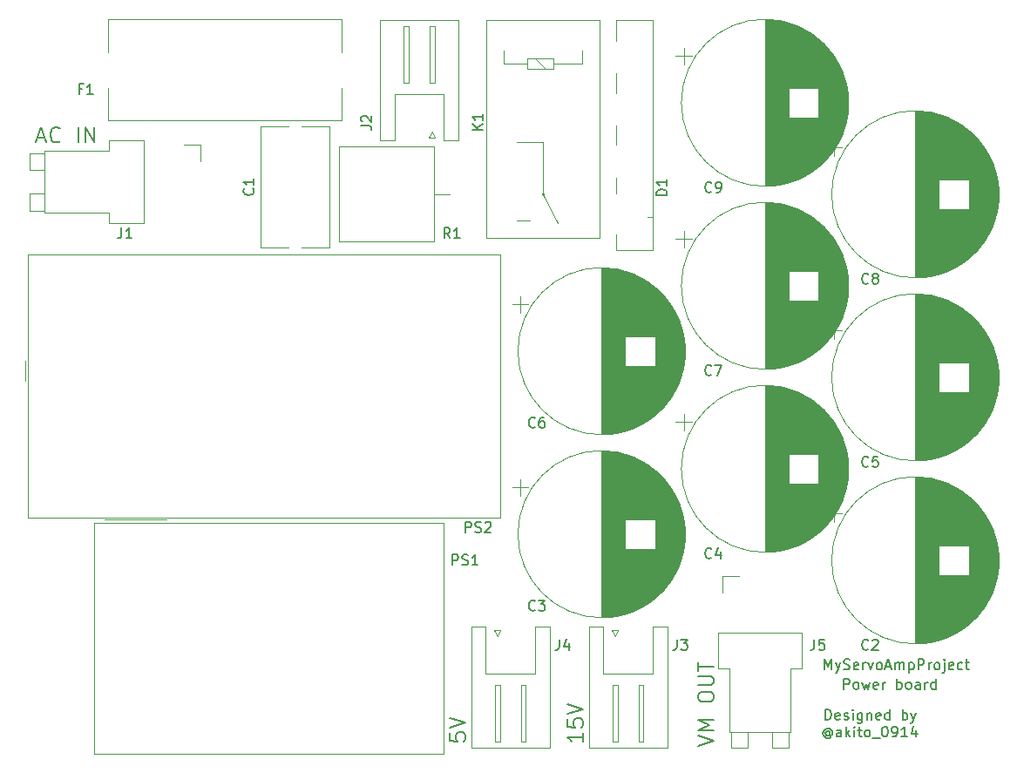
<source format=gbr>
G04 #@! TF.GenerationSoftware,KiCad,Pcbnew,(5.1.2)-1*
G04 #@! TF.CreationDate,2020-05-02T19:55:24+09:00*
G04 #@! TF.ProjectId,PowerBoard,506f7765-7242-46f6-9172-642e6b696361,rev?*
G04 #@! TF.SameCoordinates,Original*
G04 #@! TF.FileFunction,Legend,Top*
G04 #@! TF.FilePolarity,Positive*
%FSLAX46Y46*%
G04 Gerber Fmt 4.6, Leading zero omitted, Abs format (unit mm)*
G04 Created by KiCad (PCBNEW (5.1.2)-1) date 2020-05-02 19:55:24*
%MOMM*%
%LPD*%
G04 APERTURE LIST*
%ADD10C,0.150000*%
%ADD11C,0.200000*%
%ADD12C,0.120000*%
G04 APERTURE END LIST*
D10*
X30591666Y-32647380D02*
X30591666Y-31647380D01*
X30829761Y-31647380D01*
X30972619Y-31695000D01*
X31067857Y-31790238D01*
X31115476Y-31885476D01*
X31163095Y-32075952D01*
X31163095Y-32218809D01*
X31115476Y-32409285D01*
X31067857Y-32504523D01*
X30972619Y-32599761D01*
X30829761Y-32647380D01*
X30591666Y-32647380D01*
X31972619Y-32599761D02*
X31877380Y-32647380D01*
X31686904Y-32647380D01*
X31591666Y-32599761D01*
X31544047Y-32504523D01*
X31544047Y-32123571D01*
X31591666Y-32028333D01*
X31686904Y-31980714D01*
X31877380Y-31980714D01*
X31972619Y-32028333D01*
X32020238Y-32123571D01*
X32020238Y-32218809D01*
X31544047Y-32314047D01*
X32401190Y-32599761D02*
X32496428Y-32647380D01*
X32686904Y-32647380D01*
X32782142Y-32599761D01*
X32829761Y-32504523D01*
X32829761Y-32456904D01*
X32782142Y-32361666D01*
X32686904Y-32314047D01*
X32544047Y-32314047D01*
X32448809Y-32266428D01*
X32401190Y-32171190D01*
X32401190Y-32123571D01*
X32448809Y-32028333D01*
X32544047Y-31980714D01*
X32686904Y-31980714D01*
X32782142Y-32028333D01*
X33258333Y-32647380D02*
X33258333Y-31980714D01*
X33258333Y-31647380D02*
X33210714Y-31695000D01*
X33258333Y-31742619D01*
X33305952Y-31695000D01*
X33258333Y-31647380D01*
X33258333Y-31742619D01*
X34163095Y-31980714D02*
X34163095Y-32790238D01*
X34115476Y-32885476D01*
X34067857Y-32933095D01*
X33972619Y-32980714D01*
X33829761Y-32980714D01*
X33734523Y-32933095D01*
X34163095Y-32599761D02*
X34067857Y-32647380D01*
X33877380Y-32647380D01*
X33782142Y-32599761D01*
X33734523Y-32552142D01*
X33686904Y-32456904D01*
X33686904Y-32171190D01*
X33734523Y-32075952D01*
X33782142Y-32028333D01*
X33877380Y-31980714D01*
X34067857Y-31980714D01*
X34163095Y-32028333D01*
X34639285Y-31980714D02*
X34639285Y-32647380D01*
X34639285Y-32075952D02*
X34686904Y-32028333D01*
X34782142Y-31980714D01*
X34925000Y-31980714D01*
X35020238Y-32028333D01*
X35067857Y-32123571D01*
X35067857Y-32647380D01*
X35925000Y-32599761D02*
X35829761Y-32647380D01*
X35639285Y-32647380D01*
X35544047Y-32599761D01*
X35496428Y-32504523D01*
X35496428Y-32123571D01*
X35544047Y-32028333D01*
X35639285Y-31980714D01*
X35829761Y-31980714D01*
X35925000Y-32028333D01*
X35972619Y-32123571D01*
X35972619Y-32218809D01*
X35496428Y-32314047D01*
X36829761Y-32647380D02*
X36829761Y-31647380D01*
X36829761Y-32599761D02*
X36734523Y-32647380D01*
X36544047Y-32647380D01*
X36448809Y-32599761D01*
X36401190Y-32552142D01*
X36353571Y-32456904D01*
X36353571Y-32171190D01*
X36401190Y-32075952D01*
X36448809Y-32028333D01*
X36544047Y-31980714D01*
X36734523Y-31980714D01*
X36829761Y-32028333D01*
X38067857Y-32647380D02*
X38067857Y-31647380D01*
X38067857Y-32028333D02*
X38163095Y-31980714D01*
X38353571Y-31980714D01*
X38448809Y-32028333D01*
X38496428Y-32075952D01*
X38544047Y-32171190D01*
X38544047Y-32456904D01*
X38496428Y-32552142D01*
X38448809Y-32599761D01*
X38353571Y-32647380D01*
X38163095Y-32647380D01*
X38067857Y-32599761D01*
X38877380Y-31980714D02*
X39115476Y-32647380D01*
X39353571Y-31980714D02*
X39115476Y-32647380D01*
X39020238Y-32885476D01*
X38972619Y-32933095D01*
X38877380Y-32980714D01*
X31020238Y-33821190D02*
X30972619Y-33773571D01*
X30877380Y-33725952D01*
X30782142Y-33725952D01*
X30686904Y-33773571D01*
X30639285Y-33821190D01*
X30591666Y-33916428D01*
X30591666Y-34011666D01*
X30639285Y-34106904D01*
X30686904Y-34154523D01*
X30782142Y-34202142D01*
X30877380Y-34202142D01*
X30972619Y-34154523D01*
X31020238Y-34106904D01*
X31020238Y-33725952D02*
X31020238Y-34106904D01*
X31067857Y-34154523D01*
X31115476Y-34154523D01*
X31210714Y-34106904D01*
X31258333Y-34011666D01*
X31258333Y-33773571D01*
X31163095Y-33630714D01*
X31020238Y-33535476D01*
X30829761Y-33487857D01*
X30639285Y-33535476D01*
X30496428Y-33630714D01*
X30401190Y-33773571D01*
X30353571Y-33964047D01*
X30401190Y-34154523D01*
X30496428Y-34297380D01*
X30639285Y-34392619D01*
X30829761Y-34440238D01*
X31020238Y-34392619D01*
X31163095Y-34297380D01*
X32115476Y-34297380D02*
X32115476Y-33773571D01*
X32067857Y-33678333D01*
X31972619Y-33630714D01*
X31782142Y-33630714D01*
X31686904Y-33678333D01*
X32115476Y-34249761D02*
X32020238Y-34297380D01*
X31782142Y-34297380D01*
X31686904Y-34249761D01*
X31639285Y-34154523D01*
X31639285Y-34059285D01*
X31686904Y-33964047D01*
X31782142Y-33916428D01*
X32020238Y-33916428D01*
X32115476Y-33868809D01*
X32591666Y-34297380D02*
X32591666Y-33297380D01*
X32686904Y-33916428D02*
X32972619Y-34297380D01*
X32972619Y-33630714D02*
X32591666Y-34011666D01*
X33401190Y-34297380D02*
X33401190Y-33630714D01*
X33401190Y-33297380D02*
X33353571Y-33345000D01*
X33401190Y-33392619D01*
X33448809Y-33345000D01*
X33401190Y-33297380D01*
X33401190Y-33392619D01*
X33734523Y-33630714D02*
X34115476Y-33630714D01*
X33877380Y-33297380D02*
X33877380Y-34154523D01*
X33925000Y-34249761D01*
X34020238Y-34297380D01*
X34115476Y-34297380D01*
X34591666Y-34297380D02*
X34496428Y-34249761D01*
X34448809Y-34202142D01*
X34401190Y-34106904D01*
X34401190Y-33821190D01*
X34448809Y-33725952D01*
X34496428Y-33678333D01*
X34591666Y-33630714D01*
X34734523Y-33630714D01*
X34829761Y-33678333D01*
X34877380Y-33725952D01*
X34925000Y-33821190D01*
X34925000Y-34106904D01*
X34877380Y-34202142D01*
X34829761Y-34249761D01*
X34734523Y-34297380D01*
X34591666Y-34297380D01*
X35115476Y-34392619D02*
X35877380Y-34392619D01*
X36305952Y-33297380D02*
X36401190Y-33297380D01*
X36496428Y-33345000D01*
X36544047Y-33392619D01*
X36591666Y-33487857D01*
X36639285Y-33678333D01*
X36639285Y-33916428D01*
X36591666Y-34106904D01*
X36544047Y-34202142D01*
X36496428Y-34249761D01*
X36401190Y-34297380D01*
X36305952Y-34297380D01*
X36210714Y-34249761D01*
X36163095Y-34202142D01*
X36115476Y-34106904D01*
X36067857Y-33916428D01*
X36067857Y-33678333D01*
X36115476Y-33487857D01*
X36163095Y-33392619D01*
X36210714Y-33345000D01*
X36305952Y-33297380D01*
X37115476Y-34297380D02*
X37305952Y-34297380D01*
X37401190Y-34249761D01*
X37448809Y-34202142D01*
X37544047Y-34059285D01*
X37591666Y-33868809D01*
X37591666Y-33487857D01*
X37544047Y-33392619D01*
X37496428Y-33345000D01*
X37401190Y-33297380D01*
X37210714Y-33297380D01*
X37115476Y-33345000D01*
X37067857Y-33392619D01*
X37020238Y-33487857D01*
X37020238Y-33725952D01*
X37067857Y-33821190D01*
X37115476Y-33868809D01*
X37210714Y-33916428D01*
X37401190Y-33916428D01*
X37496428Y-33868809D01*
X37544047Y-33821190D01*
X37591666Y-33725952D01*
X38544047Y-34297380D02*
X37972619Y-34297380D01*
X38258333Y-34297380D02*
X38258333Y-33297380D01*
X38163095Y-33440238D01*
X38067857Y-33535476D01*
X37972619Y-33583095D01*
X39401190Y-33630714D02*
X39401190Y-34297380D01*
X39163095Y-33249761D02*
X38925000Y-33964047D01*
X39544047Y-33964047D01*
X32353809Y-29662380D02*
X32353809Y-28662380D01*
X32734761Y-28662380D01*
X32829999Y-28710000D01*
X32877619Y-28757619D01*
X32925238Y-28852857D01*
X32925238Y-28995714D01*
X32877619Y-29090952D01*
X32829999Y-29138571D01*
X32734761Y-29186190D01*
X32353809Y-29186190D01*
X33496666Y-29662380D02*
X33401428Y-29614761D01*
X33353809Y-29567142D01*
X33306190Y-29471904D01*
X33306190Y-29186190D01*
X33353809Y-29090952D01*
X33401428Y-29043333D01*
X33496666Y-28995714D01*
X33639523Y-28995714D01*
X33734761Y-29043333D01*
X33782380Y-29090952D01*
X33830000Y-29186190D01*
X33830000Y-29471904D01*
X33782380Y-29567142D01*
X33734761Y-29614761D01*
X33639523Y-29662380D01*
X33496666Y-29662380D01*
X34163333Y-28995714D02*
X34353809Y-29662380D01*
X34544285Y-29186190D01*
X34734761Y-29662380D01*
X34925238Y-28995714D01*
X35687142Y-29614761D02*
X35591904Y-29662380D01*
X35401428Y-29662380D01*
X35306190Y-29614761D01*
X35258571Y-29519523D01*
X35258571Y-29138571D01*
X35306190Y-29043333D01*
X35401428Y-28995714D01*
X35591904Y-28995714D01*
X35687142Y-29043333D01*
X35734761Y-29138571D01*
X35734761Y-29233809D01*
X35258571Y-29329047D01*
X36163333Y-29662380D02*
X36163333Y-28995714D01*
X36163333Y-29186190D02*
X36210952Y-29090952D01*
X36258571Y-29043333D01*
X36353809Y-28995714D01*
X36449047Y-28995714D01*
X37544285Y-29662380D02*
X37544285Y-28662380D01*
X37544285Y-29043333D02*
X37639523Y-28995714D01*
X37830000Y-28995714D01*
X37925238Y-29043333D01*
X37972857Y-29090952D01*
X38020476Y-29186190D01*
X38020476Y-29471904D01*
X37972857Y-29567142D01*
X37925238Y-29614761D01*
X37830000Y-29662380D01*
X37639523Y-29662380D01*
X37544285Y-29614761D01*
X38591904Y-29662380D02*
X38496666Y-29614761D01*
X38449047Y-29567142D01*
X38401428Y-29471904D01*
X38401428Y-29186190D01*
X38449047Y-29090952D01*
X38496666Y-29043333D01*
X38591904Y-28995714D01*
X38734761Y-28995714D01*
X38830000Y-29043333D01*
X38877619Y-29090952D01*
X38925238Y-29186190D01*
X38925238Y-29471904D01*
X38877619Y-29567142D01*
X38830000Y-29614761D01*
X38734761Y-29662380D01*
X38591904Y-29662380D01*
X39782380Y-29662380D02*
X39782380Y-29138571D01*
X39734761Y-29043333D01*
X39639523Y-28995714D01*
X39449047Y-28995714D01*
X39353809Y-29043333D01*
X39782380Y-29614761D02*
X39687142Y-29662380D01*
X39449047Y-29662380D01*
X39353809Y-29614761D01*
X39306190Y-29519523D01*
X39306190Y-29424285D01*
X39353809Y-29329047D01*
X39449047Y-29281428D01*
X39687142Y-29281428D01*
X39782380Y-29233809D01*
X40258571Y-29662380D02*
X40258571Y-28995714D01*
X40258571Y-29186190D02*
X40306190Y-29090952D01*
X40353809Y-29043333D01*
X40449047Y-28995714D01*
X40544285Y-28995714D01*
X41306190Y-29662380D02*
X41306190Y-28662380D01*
X41306190Y-29614761D02*
X41210952Y-29662380D01*
X41020476Y-29662380D01*
X40925238Y-29614761D01*
X40877619Y-29567142D01*
X40830000Y-29471904D01*
X40830000Y-29186190D01*
X40877619Y-29090952D01*
X40925238Y-29043333D01*
X41020476Y-28995714D01*
X41210952Y-28995714D01*
X41306190Y-29043333D01*
X30512619Y-27757380D02*
X30512619Y-26757380D01*
X30845952Y-27471666D01*
X31179285Y-26757380D01*
X31179285Y-27757380D01*
X31560238Y-27090714D02*
X31798333Y-27757380D01*
X32036428Y-27090714D02*
X31798333Y-27757380D01*
X31703095Y-27995476D01*
X31655476Y-28043095D01*
X31560238Y-28090714D01*
X32369761Y-27709761D02*
X32512619Y-27757380D01*
X32750714Y-27757380D01*
X32845952Y-27709761D01*
X32893571Y-27662142D01*
X32941190Y-27566904D01*
X32941190Y-27471666D01*
X32893571Y-27376428D01*
X32845952Y-27328809D01*
X32750714Y-27281190D01*
X32560238Y-27233571D01*
X32465000Y-27185952D01*
X32417380Y-27138333D01*
X32369761Y-27043095D01*
X32369761Y-26947857D01*
X32417380Y-26852619D01*
X32465000Y-26805000D01*
X32560238Y-26757380D01*
X32798333Y-26757380D01*
X32941190Y-26805000D01*
X33750714Y-27709761D02*
X33655476Y-27757380D01*
X33465000Y-27757380D01*
X33369761Y-27709761D01*
X33322142Y-27614523D01*
X33322142Y-27233571D01*
X33369761Y-27138333D01*
X33465000Y-27090714D01*
X33655476Y-27090714D01*
X33750714Y-27138333D01*
X33798333Y-27233571D01*
X33798333Y-27328809D01*
X33322142Y-27424047D01*
X34226904Y-27757380D02*
X34226904Y-27090714D01*
X34226904Y-27281190D02*
X34274523Y-27185952D01*
X34322142Y-27138333D01*
X34417380Y-27090714D01*
X34512619Y-27090714D01*
X34750714Y-27090714D02*
X34988809Y-27757380D01*
X35226904Y-27090714D01*
X35750714Y-27757380D02*
X35655476Y-27709761D01*
X35607857Y-27662142D01*
X35560238Y-27566904D01*
X35560238Y-27281190D01*
X35607857Y-27185952D01*
X35655476Y-27138333D01*
X35750714Y-27090714D01*
X35893571Y-27090714D01*
X35988809Y-27138333D01*
X36036428Y-27185952D01*
X36084047Y-27281190D01*
X36084047Y-27566904D01*
X36036428Y-27662142D01*
X35988809Y-27709761D01*
X35893571Y-27757380D01*
X35750714Y-27757380D01*
X36465000Y-27471666D02*
X36941190Y-27471666D01*
X36369761Y-27757380D02*
X36703095Y-26757380D01*
X37036428Y-27757380D01*
X37369761Y-27757380D02*
X37369761Y-27090714D01*
X37369761Y-27185952D02*
X37417380Y-27138333D01*
X37512619Y-27090714D01*
X37655476Y-27090714D01*
X37750714Y-27138333D01*
X37798333Y-27233571D01*
X37798333Y-27757380D01*
X37798333Y-27233571D02*
X37845952Y-27138333D01*
X37941190Y-27090714D01*
X38084047Y-27090714D01*
X38179285Y-27138333D01*
X38226904Y-27233571D01*
X38226904Y-27757380D01*
X38703095Y-27090714D02*
X38703095Y-28090714D01*
X38703095Y-27138333D02*
X38798333Y-27090714D01*
X38988809Y-27090714D01*
X39084047Y-27138333D01*
X39131666Y-27185952D01*
X39179285Y-27281190D01*
X39179285Y-27566904D01*
X39131666Y-27662142D01*
X39084047Y-27709761D01*
X38988809Y-27757380D01*
X38798333Y-27757380D01*
X38703095Y-27709761D01*
X39607857Y-27757380D02*
X39607857Y-26757380D01*
X39988809Y-26757380D01*
X40084047Y-26805000D01*
X40131666Y-26852619D01*
X40179285Y-26947857D01*
X40179285Y-27090714D01*
X40131666Y-27185952D01*
X40084047Y-27233571D01*
X39988809Y-27281190D01*
X39607857Y-27281190D01*
X40607857Y-27757380D02*
X40607857Y-27090714D01*
X40607857Y-27281190D02*
X40655476Y-27185952D01*
X40703095Y-27138333D01*
X40798333Y-27090714D01*
X40893571Y-27090714D01*
X41369761Y-27757380D02*
X41274523Y-27709761D01*
X41226904Y-27662142D01*
X41179285Y-27566904D01*
X41179285Y-27281190D01*
X41226904Y-27185952D01*
X41274523Y-27138333D01*
X41369761Y-27090714D01*
X41512619Y-27090714D01*
X41607857Y-27138333D01*
X41655476Y-27185952D01*
X41703095Y-27281190D01*
X41703095Y-27566904D01*
X41655476Y-27662142D01*
X41607857Y-27709761D01*
X41512619Y-27757380D01*
X41369761Y-27757380D01*
X42131666Y-27090714D02*
X42131666Y-27947857D01*
X42084047Y-28043095D01*
X41988809Y-28090714D01*
X41941190Y-28090714D01*
X42131666Y-26757380D02*
X42084047Y-26805000D01*
X42131666Y-26852619D01*
X42179285Y-26805000D01*
X42131666Y-26757380D01*
X42131666Y-26852619D01*
X42988809Y-27709761D02*
X42893571Y-27757380D01*
X42703095Y-27757380D01*
X42607857Y-27709761D01*
X42560238Y-27614523D01*
X42560238Y-27233571D01*
X42607857Y-27138333D01*
X42703095Y-27090714D01*
X42893571Y-27090714D01*
X42988809Y-27138333D01*
X43036428Y-27233571D01*
X43036428Y-27328809D01*
X42560238Y-27424047D01*
X43893571Y-27709761D02*
X43798333Y-27757380D01*
X43607857Y-27757380D01*
X43512619Y-27709761D01*
X43465000Y-27662142D01*
X43417380Y-27566904D01*
X43417380Y-27281190D01*
X43465000Y-27185952D01*
X43512619Y-27138333D01*
X43607857Y-27090714D01*
X43798333Y-27090714D01*
X43893571Y-27138333D01*
X44179285Y-27090714D02*
X44560238Y-27090714D01*
X44322142Y-26757380D02*
X44322142Y-27614523D01*
X44369761Y-27709761D01*
X44465000Y-27757380D01*
X44560238Y-27757380D01*
X7028571Y-33948571D02*
X7028571Y-34805714D01*
X7028571Y-34377142D02*
X5528571Y-34377142D01*
X5742857Y-34520000D01*
X5885714Y-34662857D01*
X5957142Y-34805714D01*
X5528571Y-32591428D02*
X5528571Y-33305714D01*
X6242857Y-33377142D01*
X6171428Y-33305714D01*
X6100000Y-33162857D01*
X6100000Y-32805714D01*
X6171428Y-32662857D01*
X6242857Y-32591428D01*
X6385714Y-32520000D01*
X6742857Y-32520000D01*
X6885714Y-32591428D01*
X6957142Y-32662857D01*
X7028571Y-32805714D01*
X7028571Y-33162857D01*
X6957142Y-33305714D01*
X6885714Y-33377142D01*
X5528571Y-32091428D02*
X7028571Y-31591428D01*
X5528571Y-31091428D01*
X-5901428Y-33940714D02*
X-5901428Y-34655000D01*
X-5187142Y-34726428D01*
X-5258571Y-34655000D01*
X-5330000Y-34512142D01*
X-5330000Y-34155000D01*
X-5258571Y-34012142D01*
X-5187142Y-33940714D01*
X-5044285Y-33869285D01*
X-4687142Y-33869285D01*
X-4544285Y-33940714D01*
X-4472857Y-34012142D01*
X-4401428Y-34155000D01*
X-4401428Y-34512142D01*
X-4472857Y-34655000D01*
X-4544285Y-34726428D01*
X-5901428Y-33440714D02*
X-4401428Y-32940714D01*
X-5901428Y-32440714D01*
D11*
X18228571Y-35186428D02*
X19728571Y-34686428D01*
X18228571Y-34186428D01*
X19728571Y-33686428D02*
X18228571Y-33686428D01*
X19300000Y-33186428D01*
X18228571Y-32686428D01*
X19728571Y-32686428D01*
X18228571Y-30543571D02*
X18228571Y-30257857D01*
X18300000Y-30115000D01*
X18442857Y-29972142D01*
X18728571Y-29900714D01*
X19228571Y-29900714D01*
X19514285Y-29972142D01*
X19657142Y-30115000D01*
X19728571Y-30257857D01*
X19728571Y-30543571D01*
X19657142Y-30686428D01*
X19514285Y-30829285D01*
X19228571Y-30900714D01*
X18728571Y-30900714D01*
X18442857Y-30829285D01*
X18300000Y-30686428D01*
X18228571Y-30543571D01*
X18228571Y-29257857D02*
X19442857Y-29257857D01*
X19585714Y-29186428D01*
X19657142Y-29115000D01*
X19728571Y-28972142D01*
X19728571Y-28686428D01*
X19657142Y-28543571D01*
X19585714Y-28472142D01*
X19442857Y-28400714D01*
X18228571Y-28400714D01*
X18228571Y-27900714D02*
X18228571Y-27043571D01*
X19728571Y-27472142D02*
X18228571Y-27472142D01*
X-46001428Y23880000D02*
X-45287142Y23880000D01*
X-46144285Y23451428D02*
X-45644285Y24951428D01*
X-45144285Y23451428D01*
X-43787142Y23594285D02*
X-43858571Y23522857D01*
X-44072857Y23451428D01*
X-44215714Y23451428D01*
X-44430000Y23522857D01*
X-44572857Y23665714D01*
X-44644285Y23808571D01*
X-44715714Y24094285D01*
X-44715714Y24308571D01*
X-44644285Y24594285D01*
X-44572857Y24737142D01*
X-44430000Y24880000D01*
X-44215714Y24951428D01*
X-44072857Y24951428D01*
X-43858571Y24880000D01*
X-43787142Y24808571D01*
X-42001428Y23451428D02*
X-42001428Y24951428D01*
X-41287142Y23451428D02*
X-41287142Y24951428D01*
X-40430000Y23451428D01*
X-40430000Y24951428D01*
D12*
X-46880000Y12570000D02*
X-46880000Y-13030000D01*
X-46880000Y-13030000D02*
X-980000Y-13030000D01*
X-46880000Y12570000D02*
X-980000Y12570000D01*
X-980000Y12570000D02*
X-980000Y-13030000D01*
X-47180000Y2270000D02*
X-47180000Y270000D01*
X-21620000Y13260000D02*
X-24275000Y13260000D01*
X-17635000Y13260000D02*
X-20290000Y13260000D01*
X-21620000Y25000000D02*
X-24275000Y25000000D01*
X-17635000Y25000000D02*
X-20290000Y25000000D01*
X-24275000Y25000000D02*
X-24275000Y13260000D01*
X-17635000Y25000000D02*
X-17635000Y13260000D01*
X47430000Y-17145000D02*
G75*
G03X47430000Y-17145000I-8120000J0D01*
G01*
X39310000Y-9064000D02*
X39310000Y-25226000D01*
X39350000Y-9065000D02*
X39350000Y-25225000D01*
X39390000Y-9065000D02*
X39390000Y-25225000D01*
X39430000Y-9065000D02*
X39430000Y-25225000D01*
X39470000Y-9066000D02*
X39470000Y-25224000D01*
X39510000Y-9067000D02*
X39510000Y-25223000D01*
X39550000Y-9068000D02*
X39550000Y-25222000D01*
X39590000Y-9069000D02*
X39590000Y-25221000D01*
X39630000Y-9071000D02*
X39630000Y-25219000D01*
X39670000Y-9072000D02*
X39670000Y-25218000D01*
X39710000Y-9074000D02*
X39710000Y-25216000D01*
X39750000Y-9076000D02*
X39750000Y-25214000D01*
X39790000Y-9079000D02*
X39790000Y-25211000D01*
X39830000Y-9081000D02*
X39830000Y-25209000D01*
X39870000Y-9084000D02*
X39870000Y-25206000D01*
X39910000Y-9087000D02*
X39910000Y-25203000D01*
X39950000Y-9090000D02*
X39950000Y-25200000D01*
X39990000Y-9093000D02*
X39990000Y-25197000D01*
X40031000Y-9096000D02*
X40031000Y-25194000D01*
X40071000Y-9100000D02*
X40071000Y-25190000D01*
X40111000Y-9104000D02*
X40111000Y-25186000D01*
X40151000Y-9108000D02*
X40151000Y-25182000D01*
X40191000Y-9112000D02*
X40191000Y-25178000D01*
X40231000Y-9117000D02*
X40231000Y-25173000D01*
X40271000Y-9121000D02*
X40271000Y-25169000D01*
X40311000Y-9126000D02*
X40311000Y-25164000D01*
X40351000Y-9131000D02*
X40351000Y-25159000D01*
X40391000Y-9137000D02*
X40391000Y-25153000D01*
X40431000Y-9142000D02*
X40431000Y-25148000D01*
X40471000Y-9148000D02*
X40471000Y-25142000D01*
X40511000Y-9154000D02*
X40511000Y-25136000D01*
X40551000Y-9160000D02*
X40551000Y-25130000D01*
X40591000Y-9166000D02*
X40591000Y-25124000D01*
X40631000Y-9173000D02*
X40631000Y-25117000D01*
X40671000Y-9179000D02*
X40671000Y-25111000D01*
X40711000Y-9186000D02*
X40711000Y-25104000D01*
X40751000Y-9193000D02*
X40751000Y-25097000D01*
X40791000Y-9201000D02*
X40791000Y-25089000D01*
X40831000Y-9208000D02*
X40831000Y-25082000D01*
X40871000Y-9216000D02*
X40871000Y-25074000D01*
X40911000Y-9224000D02*
X40911000Y-25066000D01*
X40951000Y-9232000D02*
X40951000Y-25058000D01*
X40991000Y-9240000D02*
X40991000Y-25050000D01*
X41031000Y-9249000D02*
X41031000Y-25041000D01*
X41071000Y-9258000D02*
X41071000Y-25032000D01*
X41111000Y-9267000D02*
X41111000Y-25023000D01*
X41151000Y-9276000D02*
X41151000Y-25014000D01*
X41191000Y-9285000D02*
X41191000Y-25005000D01*
X41231000Y-9295000D02*
X41231000Y-24995000D01*
X41271000Y-9305000D02*
X41271000Y-24985000D01*
X41311000Y-9315000D02*
X41311000Y-24975000D01*
X41351000Y-9325000D02*
X41351000Y-24965000D01*
X41391000Y-9335000D02*
X41391000Y-24955000D01*
X41431000Y-9346000D02*
X41431000Y-24944000D01*
X41471000Y-9357000D02*
X41471000Y-24933000D01*
X41511000Y-9368000D02*
X41511000Y-24922000D01*
X41551000Y-9380000D02*
X41551000Y-24910000D01*
X41591000Y-9391000D02*
X41591000Y-24899000D01*
X41631000Y-9403000D02*
X41631000Y-15705000D01*
X41631000Y-18585000D02*
X41631000Y-24887000D01*
X41671000Y-9415000D02*
X41671000Y-15705000D01*
X41671000Y-18585000D02*
X41671000Y-24875000D01*
X41711000Y-9427000D02*
X41711000Y-15705000D01*
X41711000Y-18585000D02*
X41711000Y-24863000D01*
X41751000Y-9440000D02*
X41751000Y-15705000D01*
X41751000Y-18585000D02*
X41751000Y-24850000D01*
X41791000Y-9452000D02*
X41791000Y-15705000D01*
X41791000Y-18585000D02*
X41791000Y-24838000D01*
X41831000Y-9465000D02*
X41831000Y-15705000D01*
X41831000Y-18585000D02*
X41831000Y-24825000D01*
X41871000Y-9479000D02*
X41871000Y-15705000D01*
X41871000Y-18585000D02*
X41871000Y-24811000D01*
X41911000Y-9492000D02*
X41911000Y-15705000D01*
X41911000Y-18585000D02*
X41911000Y-24798000D01*
X41951000Y-9506000D02*
X41951000Y-15705000D01*
X41951000Y-18585000D02*
X41951000Y-24784000D01*
X41991000Y-9520000D02*
X41991000Y-15705000D01*
X41991000Y-18585000D02*
X41991000Y-24770000D01*
X42031000Y-9534000D02*
X42031000Y-15705000D01*
X42031000Y-18585000D02*
X42031000Y-24756000D01*
X42071000Y-9548000D02*
X42071000Y-15705000D01*
X42071000Y-18585000D02*
X42071000Y-24742000D01*
X42111000Y-9563000D02*
X42111000Y-15705000D01*
X42111000Y-18585000D02*
X42111000Y-24727000D01*
X42151000Y-9577000D02*
X42151000Y-15705000D01*
X42151000Y-18585000D02*
X42151000Y-24713000D01*
X42191000Y-9592000D02*
X42191000Y-15705000D01*
X42191000Y-18585000D02*
X42191000Y-24698000D01*
X42231000Y-9608000D02*
X42231000Y-15705000D01*
X42231000Y-18585000D02*
X42231000Y-24682000D01*
X42271000Y-9623000D02*
X42271000Y-15705000D01*
X42271000Y-18585000D02*
X42271000Y-24667000D01*
X42311000Y-9639000D02*
X42311000Y-15705000D01*
X42311000Y-18585000D02*
X42311000Y-24651000D01*
X42351000Y-9655000D02*
X42351000Y-15705000D01*
X42351000Y-18585000D02*
X42351000Y-24635000D01*
X42391000Y-9671000D02*
X42391000Y-15705000D01*
X42391000Y-18585000D02*
X42391000Y-24619000D01*
X42431000Y-9688000D02*
X42431000Y-15705000D01*
X42431000Y-18585000D02*
X42431000Y-24602000D01*
X42471000Y-9705000D02*
X42471000Y-15705000D01*
X42471000Y-18585000D02*
X42471000Y-24585000D01*
X42511000Y-9722000D02*
X42511000Y-15705000D01*
X42511000Y-18585000D02*
X42511000Y-24568000D01*
X42551000Y-9739000D02*
X42551000Y-15705000D01*
X42551000Y-18585000D02*
X42551000Y-24551000D01*
X42591000Y-9756000D02*
X42591000Y-15705000D01*
X42591000Y-18585000D02*
X42591000Y-24534000D01*
X42631000Y-9774000D02*
X42631000Y-15705000D01*
X42631000Y-18585000D02*
X42631000Y-24516000D01*
X42671000Y-9792000D02*
X42671000Y-15705000D01*
X42671000Y-18585000D02*
X42671000Y-24498000D01*
X42711000Y-9811000D02*
X42711000Y-15705000D01*
X42711000Y-18585000D02*
X42711000Y-24479000D01*
X42751000Y-9829000D02*
X42751000Y-15705000D01*
X42751000Y-18585000D02*
X42751000Y-24461000D01*
X42791000Y-9848000D02*
X42791000Y-15705000D01*
X42791000Y-18585000D02*
X42791000Y-24442000D01*
X42831000Y-9867000D02*
X42831000Y-15705000D01*
X42831000Y-18585000D02*
X42831000Y-24423000D01*
X42871000Y-9887000D02*
X42871000Y-15705000D01*
X42871000Y-18585000D02*
X42871000Y-24403000D01*
X42911000Y-9906000D02*
X42911000Y-15705000D01*
X42911000Y-18585000D02*
X42911000Y-24384000D01*
X42951000Y-9926000D02*
X42951000Y-15705000D01*
X42951000Y-18585000D02*
X42951000Y-24364000D01*
X42991000Y-9946000D02*
X42991000Y-15705000D01*
X42991000Y-18585000D02*
X42991000Y-24344000D01*
X43031000Y-9967000D02*
X43031000Y-15705000D01*
X43031000Y-18585000D02*
X43031000Y-24323000D01*
X43071000Y-9988000D02*
X43071000Y-15705000D01*
X43071000Y-18585000D02*
X43071000Y-24302000D01*
X43111000Y-10009000D02*
X43111000Y-15705000D01*
X43111000Y-18585000D02*
X43111000Y-24281000D01*
X43151000Y-10030000D02*
X43151000Y-15705000D01*
X43151000Y-18585000D02*
X43151000Y-24260000D01*
X43191000Y-10051000D02*
X43191000Y-15705000D01*
X43191000Y-18585000D02*
X43191000Y-24239000D01*
X43231000Y-10073000D02*
X43231000Y-15705000D01*
X43231000Y-18585000D02*
X43231000Y-24217000D01*
X43271000Y-10096000D02*
X43271000Y-15705000D01*
X43271000Y-18585000D02*
X43271000Y-24194000D01*
X43311000Y-10118000D02*
X43311000Y-15705000D01*
X43311000Y-18585000D02*
X43311000Y-24172000D01*
X43351000Y-10141000D02*
X43351000Y-15705000D01*
X43351000Y-18585000D02*
X43351000Y-24149000D01*
X43391000Y-10164000D02*
X43391000Y-15705000D01*
X43391000Y-18585000D02*
X43391000Y-24126000D01*
X43431000Y-10187000D02*
X43431000Y-15705000D01*
X43431000Y-18585000D02*
X43431000Y-24103000D01*
X43471000Y-10211000D02*
X43471000Y-15705000D01*
X43471000Y-18585000D02*
X43471000Y-24079000D01*
X43511000Y-10235000D02*
X43511000Y-15705000D01*
X43511000Y-18585000D02*
X43511000Y-24055000D01*
X43551000Y-10259000D02*
X43551000Y-15705000D01*
X43551000Y-18585000D02*
X43551000Y-24031000D01*
X43591000Y-10284000D02*
X43591000Y-15705000D01*
X43591000Y-18585000D02*
X43591000Y-24006000D01*
X43631000Y-10309000D02*
X43631000Y-15705000D01*
X43631000Y-18585000D02*
X43631000Y-23981000D01*
X43671000Y-10334000D02*
X43671000Y-15705000D01*
X43671000Y-18585000D02*
X43671000Y-23956000D01*
X43711000Y-10360000D02*
X43711000Y-15705000D01*
X43711000Y-18585000D02*
X43711000Y-23930000D01*
X43751000Y-10386000D02*
X43751000Y-15705000D01*
X43751000Y-18585000D02*
X43751000Y-23904000D01*
X43791000Y-10412000D02*
X43791000Y-15705000D01*
X43791000Y-18585000D02*
X43791000Y-23878000D01*
X43831000Y-10439000D02*
X43831000Y-15705000D01*
X43831000Y-18585000D02*
X43831000Y-23851000D01*
X43871000Y-10466000D02*
X43871000Y-15705000D01*
X43871000Y-18585000D02*
X43871000Y-23824000D01*
X43911000Y-10493000D02*
X43911000Y-15705000D01*
X43911000Y-18585000D02*
X43911000Y-23797000D01*
X43951000Y-10521000D02*
X43951000Y-15705000D01*
X43951000Y-18585000D02*
X43951000Y-23769000D01*
X43991000Y-10549000D02*
X43991000Y-15705000D01*
X43991000Y-18585000D02*
X43991000Y-23741000D01*
X44031000Y-10577000D02*
X44031000Y-15705000D01*
X44031000Y-18585000D02*
X44031000Y-23713000D01*
X44071000Y-10606000D02*
X44071000Y-15705000D01*
X44071000Y-18585000D02*
X44071000Y-23684000D01*
X44111000Y-10635000D02*
X44111000Y-15705000D01*
X44111000Y-18585000D02*
X44111000Y-23655000D01*
X44151000Y-10665000D02*
X44151000Y-15705000D01*
X44151000Y-18585000D02*
X44151000Y-23625000D01*
X44191000Y-10695000D02*
X44191000Y-15705000D01*
X44191000Y-18585000D02*
X44191000Y-23595000D01*
X44231000Y-10725000D02*
X44231000Y-15705000D01*
X44231000Y-18585000D02*
X44231000Y-23565000D01*
X44271000Y-10755000D02*
X44271000Y-15705000D01*
X44271000Y-18585000D02*
X44271000Y-23535000D01*
X44311000Y-10787000D02*
X44311000Y-15705000D01*
X44311000Y-18585000D02*
X44311000Y-23503000D01*
X44351000Y-10818000D02*
X44351000Y-15705000D01*
X44351000Y-18585000D02*
X44351000Y-23472000D01*
X44391000Y-10850000D02*
X44391000Y-15705000D01*
X44391000Y-18585000D02*
X44391000Y-23440000D01*
X44431000Y-10882000D02*
X44431000Y-15705000D01*
X44431000Y-18585000D02*
X44431000Y-23408000D01*
X44471000Y-10915000D02*
X44471000Y-15705000D01*
X44471000Y-18585000D02*
X44471000Y-23375000D01*
X44511000Y-10948000D02*
X44511000Y-23342000D01*
X44551000Y-10982000D02*
X44551000Y-23308000D01*
X44591000Y-11016000D02*
X44591000Y-23274000D01*
X44631000Y-11050000D02*
X44631000Y-23240000D01*
X44671000Y-11085000D02*
X44671000Y-23205000D01*
X44711000Y-11120000D02*
X44711000Y-23170000D01*
X44751000Y-11156000D02*
X44751000Y-23134000D01*
X44791000Y-11193000D02*
X44791000Y-23097000D01*
X44831000Y-11229000D02*
X44831000Y-23061000D01*
X44871000Y-11267000D02*
X44871000Y-23023000D01*
X44911000Y-11305000D02*
X44911000Y-22985000D01*
X44951000Y-11343000D02*
X44951000Y-22947000D01*
X44991000Y-11382000D02*
X44991000Y-22908000D01*
X45031000Y-11421000D02*
X45031000Y-22869000D01*
X45071000Y-11461000D02*
X45071000Y-22829000D01*
X45111000Y-11502000D02*
X45111000Y-22788000D01*
X45151000Y-11543000D02*
X45151000Y-22747000D01*
X45191000Y-11585000D02*
X45191000Y-22705000D01*
X45231000Y-11627000D02*
X45231000Y-22663000D01*
X45271000Y-11670000D02*
X45271000Y-22620000D01*
X45311000Y-11713000D02*
X45311000Y-22577000D01*
X45351000Y-11757000D02*
X45351000Y-22533000D01*
X45391000Y-11802000D02*
X45391000Y-22488000D01*
X45431000Y-11848000D02*
X45431000Y-22442000D01*
X45471000Y-11894000D02*
X45471000Y-22396000D01*
X45511000Y-11941000D02*
X45511000Y-22349000D01*
X45551000Y-11989000D02*
X45551000Y-22301000D01*
X45591000Y-12037000D02*
X45591000Y-22253000D01*
X45631000Y-12086000D02*
X45631000Y-22204000D01*
X45671000Y-12136000D02*
X45671000Y-22154000D01*
X45711000Y-12187000D02*
X45711000Y-22103000D01*
X45751000Y-12239000D02*
X45751000Y-22051000D01*
X45791000Y-12291000D02*
X45791000Y-21999000D01*
X45831000Y-12345000D02*
X45831000Y-21945000D01*
X45871000Y-12399000D02*
X45871000Y-21891000D01*
X45911000Y-12454000D02*
X45911000Y-21836000D01*
X45951000Y-12511000D02*
X45951000Y-21779000D01*
X45991000Y-12568000D02*
X45991000Y-21722000D01*
X46031000Y-12626000D02*
X46031000Y-21664000D01*
X46071000Y-12686000D02*
X46071000Y-21604000D01*
X46111000Y-12747000D02*
X46111000Y-21543000D01*
X46151000Y-12809000D02*
X46151000Y-21481000D01*
X46191000Y-12872000D02*
X46191000Y-21418000D01*
X46231000Y-12936000D02*
X46231000Y-21354000D01*
X46271000Y-13002000D02*
X46271000Y-21288000D01*
X46311000Y-13069000D02*
X46311000Y-21221000D01*
X46351000Y-13138000D02*
X46351000Y-21152000D01*
X46391000Y-13209000D02*
X46391000Y-21081000D01*
X46431000Y-13281000D02*
X46431000Y-21009000D01*
X46471000Y-13355000D02*
X46471000Y-20935000D01*
X46511000Y-13430000D02*
X46511000Y-20860000D01*
X46551000Y-13508000D02*
X46551000Y-20782000D01*
X46591000Y-13588000D02*
X46591000Y-20702000D01*
X46631000Y-13670000D02*
X46631000Y-20620000D01*
X46671000Y-13755000D02*
X46671000Y-20535000D01*
X46711000Y-13842000D02*
X46711000Y-20448000D01*
X46751000Y-13932000D02*
X46751000Y-20358000D01*
X46791000Y-14025000D02*
X46791000Y-20265000D01*
X46831000Y-14121000D02*
X46831000Y-20169000D01*
X46871000Y-14221000D02*
X46871000Y-20069000D01*
X46911000Y-14325000D02*
X46911000Y-19965000D01*
X46951000Y-14434000D02*
X46951000Y-19856000D01*
X46991000Y-14548000D02*
X46991000Y-19742000D01*
X47031000Y-14667000D02*
X47031000Y-19623000D01*
X47071000Y-14794000D02*
X47071000Y-19496000D01*
X47111000Y-14927000D02*
X47111000Y-19363000D01*
X47151000Y-15071000D02*
X47151000Y-19219000D01*
X47191000Y-15225000D02*
X47191000Y-19065000D01*
X47231000Y-15393000D02*
X47231000Y-18897000D01*
X47271000Y-15581000D02*
X47271000Y-18709000D01*
X47311000Y-15794000D02*
X47311000Y-18496000D01*
X47351000Y-16047000D02*
X47351000Y-18243000D01*
X47391000Y-16380000D02*
X47391000Y-17910000D01*
X30620509Y-12590000D02*
X32220509Y-12590000D01*
X31420509Y-11790000D02*
X31420509Y-13390000D01*
X940509Y-9250000D02*
X940509Y-10850000D01*
X140509Y-10050000D02*
X1740509Y-10050000D01*
X16911000Y-13840000D02*
X16911000Y-15370000D01*
X16871000Y-13507000D02*
X16871000Y-15703000D01*
X16831000Y-13254000D02*
X16831000Y-15956000D01*
X16791000Y-13041000D02*
X16791000Y-16169000D01*
X16751000Y-12853000D02*
X16751000Y-16357000D01*
X16711000Y-12685000D02*
X16711000Y-16525000D01*
X16671000Y-12531000D02*
X16671000Y-16679000D01*
X16631000Y-12387000D02*
X16631000Y-16823000D01*
X16591000Y-12254000D02*
X16591000Y-16956000D01*
X16551000Y-12127000D02*
X16551000Y-17083000D01*
X16511000Y-12008000D02*
X16511000Y-17202000D01*
X16471000Y-11894000D02*
X16471000Y-17316000D01*
X16431000Y-11785000D02*
X16431000Y-17425000D01*
X16391000Y-11681000D02*
X16391000Y-17529000D01*
X16351000Y-11581000D02*
X16351000Y-17629000D01*
X16311000Y-11485000D02*
X16311000Y-17725000D01*
X16271000Y-11392000D02*
X16271000Y-17818000D01*
X16231000Y-11302000D02*
X16231000Y-17908000D01*
X16191000Y-11215000D02*
X16191000Y-17995000D01*
X16151000Y-11130000D02*
X16151000Y-18080000D01*
X16111000Y-11048000D02*
X16111000Y-18162000D01*
X16071000Y-10968000D02*
X16071000Y-18242000D01*
X16031000Y-10890000D02*
X16031000Y-18320000D01*
X15991000Y-10815000D02*
X15991000Y-18395000D01*
X15951000Y-10741000D02*
X15951000Y-18469000D01*
X15911000Y-10669000D02*
X15911000Y-18541000D01*
X15871000Y-10598000D02*
X15871000Y-18612000D01*
X15831000Y-10529000D02*
X15831000Y-18681000D01*
X15791000Y-10462000D02*
X15791000Y-18748000D01*
X15751000Y-10396000D02*
X15751000Y-18814000D01*
X15711000Y-10332000D02*
X15711000Y-18878000D01*
X15671000Y-10269000D02*
X15671000Y-18941000D01*
X15631000Y-10207000D02*
X15631000Y-19003000D01*
X15591000Y-10146000D02*
X15591000Y-19064000D01*
X15551000Y-10086000D02*
X15551000Y-19124000D01*
X15511000Y-10028000D02*
X15511000Y-19182000D01*
X15471000Y-9971000D02*
X15471000Y-19239000D01*
X15431000Y-9914000D02*
X15431000Y-19296000D01*
X15391000Y-9859000D02*
X15391000Y-19351000D01*
X15351000Y-9805000D02*
X15351000Y-19405000D01*
X15311000Y-9751000D02*
X15311000Y-19459000D01*
X15271000Y-9699000D02*
X15271000Y-19511000D01*
X15231000Y-9647000D02*
X15231000Y-19563000D01*
X15191000Y-9596000D02*
X15191000Y-19614000D01*
X15151000Y-9546000D02*
X15151000Y-19664000D01*
X15111000Y-9497000D02*
X15111000Y-19713000D01*
X15071000Y-9449000D02*
X15071000Y-19761000D01*
X15031000Y-9401000D02*
X15031000Y-19809000D01*
X14991000Y-9354000D02*
X14991000Y-19856000D01*
X14951000Y-9308000D02*
X14951000Y-19902000D01*
X14911000Y-9262000D02*
X14911000Y-19948000D01*
X14871000Y-9217000D02*
X14871000Y-19993000D01*
X14831000Y-9173000D02*
X14831000Y-20037000D01*
X14791000Y-9130000D02*
X14791000Y-20080000D01*
X14751000Y-9087000D02*
X14751000Y-20123000D01*
X14711000Y-9045000D02*
X14711000Y-20165000D01*
X14671000Y-9003000D02*
X14671000Y-20207000D01*
X14631000Y-8962000D02*
X14631000Y-20248000D01*
X14591000Y-8921000D02*
X14591000Y-20289000D01*
X14551000Y-8881000D02*
X14551000Y-20329000D01*
X14511000Y-8842000D02*
X14511000Y-20368000D01*
X14471000Y-8803000D02*
X14471000Y-20407000D01*
X14431000Y-8765000D02*
X14431000Y-20445000D01*
X14391000Y-8727000D02*
X14391000Y-20483000D01*
X14351000Y-8689000D02*
X14351000Y-20521000D01*
X14311000Y-8653000D02*
X14311000Y-20557000D01*
X14271000Y-8616000D02*
X14271000Y-20594000D01*
X14231000Y-8580000D02*
X14231000Y-20630000D01*
X14191000Y-8545000D02*
X14191000Y-20665000D01*
X14151000Y-8510000D02*
X14151000Y-20700000D01*
X14111000Y-8476000D02*
X14111000Y-20734000D01*
X14071000Y-8442000D02*
X14071000Y-20768000D01*
X14031000Y-8408000D02*
X14031000Y-20802000D01*
X13991000Y-16045000D02*
X13991000Y-20835000D01*
X13991000Y-8375000D02*
X13991000Y-13165000D01*
X13951000Y-16045000D02*
X13951000Y-20868000D01*
X13951000Y-8342000D02*
X13951000Y-13165000D01*
X13911000Y-16045000D02*
X13911000Y-20900000D01*
X13911000Y-8310000D02*
X13911000Y-13165000D01*
X13871000Y-16045000D02*
X13871000Y-20932000D01*
X13871000Y-8278000D02*
X13871000Y-13165000D01*
X13831000Y-16045000D02*
X13831000Y-20963000D01*
X13831000Y-8247000D02*
X13831000Y-13165000D01*
X13791000Y-16045000D02*
X13791000Y-20995000D01*
X13791000Y-8215000D02*
X13791000Y-13165000D01*
X13751000Y-16045000D02*
X13751000Y-21025000D01*
X13751000Y-8185000D02*
X13751000Y-13165000D01*
X13711000Y-16045000D02*
X13711000Y-21055000D01*
X13711000Y-8155000D02*
X13711000Y-13165000D01*
X13671000Y-16045000D02*
X13671000Y-21085000D01*
X13671000Y-8125000D02*
X13671000Y-13165000D01*
X13631000Y-16045000D02*
X13631000Y-21115000D01*
X13631000Y-8095000D02*
X13631000Y-13165000D01*
X13591000Y-16045000D02*
X13591000Y-21144000D01*
X13591000Y-8066000D02*
X13591000Y-13165000D01*
X13551000Y-16045000D02*
X13551000Y-21173000D01*
X13551000Y-8037000D02*
X13551000Y-13165000D01*
X13511000Y-16045000D02*
X13511000Y-21201000D01*
X13511000Y-8009000D02*
X13511000Y-13165000D01*
X13471000Y-16045000D02*
X13471000Y-21229000D01*
X13471000Y-7981000D02*
X13471000Y-13165000D01*
X13431000Y-16045000D02*
X13431000Y-21257000D01*
X13431000Y-7953000D02*
X13431000Y-13165000D01*
X13391000Y-16045000D02*
X13391000Y-21284000D01*
X13391000Y-7926000D02*
X13391000Y-13165000D01*
X13351000Y-16045000D02*
X13351000Y-21311000D01*
X13351000Y-7899000D02*
X13351000Y-13165000D01*
X13311000Y-16045000D02*
X13311000Y-21338000D01*
X13311000Y-7872000D02*
X13311000Y-13165000D01*
X13271000Y-16045000D02*
X13271000Y-21364000D01*
X13271000Y-7846000D02*
X13271000Y-13165000D01*
X13231000Y-16045000D02*
X13231000Y-21390000D01*
X13231000Y-7820000D02*
X13231000Y-13165000D01*
X13191000Y-16045000D02*
X13191000Y-21416000D01*
X13191000Y-7794000D02*
X13191000Y-13165000D01*
X13151000Y-16045000D02*
X13151000Y-21441000D01*
X13151000Y-7769000D02*
X13151000Y-13165000D01*
X13111000Y-16045000D02*
X13111000Y-21466000D01*
X13111000Y-7744000D02*
X13111000Y-13165000D01*
X13071000Y-16045000D02*
X13071000Y-21491000D01*
X13071000Y-7719000D02*
X13071000Y-13165000D01*
X13031000Y-16045000D02*
X13031000Y-21515000D01*
X13031000Y-7695000D02*
X13031000Y-13165000D01*
X12991000Y-16045000D02*
X12991000Y-21539000D01*
X12991000Y-7671000D02*
X12991000Y-13165000D01*
X12951000Y-16045000D02*
X12951000Y-21563000D01*
X12951000Y-7647000D02*
X12951000Y-13165000D01*
X12911000Y-16045000D02*
X12911000Y-21586000D01*
X12911000Y-7624000D02*
X12911000Y-13165000D01*
X12871000Y-16045000D02*
X12871000Y-21609000D01*
X12871000Y-7601000D02*
X12871000Y-13165000D01*
X12831000Y-16045000D02*
X12831000Y-21632000D01*
X12831000Y-7578000D02*
X12831000Y-13165000D01*
X12791000Y-16045000D02*
X12791000Y-21654000D01*
X12791000Y-7556000D02*
X12791000Y-13165000D01*
X12751000Y-16045000D02*
X12751000Y-21677000D01*
X12751000Y-7533000D02*
X12751000Y-13165000D01*
X12711000Y-16045000D02*
X12711000Y-21699000D01*
X12711000Y-7511000D02*
X12711000Y-13165000D01*
X12671000Y-16045000D02*
X12671000Y-21720000D01*
X12671000Y-7490000D02*
X12671000Y-13165000D01*
X12631000Y-16045000D02*
X12631000Y-21741000D01*
X12631000Y-7469000D02*
X12631000Y-13165000D01*
X12591000Y-16045000D02*
X12591000Y-21762000D01*
X12591000Y-7448000D02*
X12591000Y-13165000D01*
X12551000Y-16045000D02*
X12551000Y-21783000D01*
X12551000Y-7427000D02*
X12551000Y-13165000D01*
X12511000Y-16045000D02*
X12511000Y-21804000D01*
X12511000Y-7406000D02*
X12511000Y-13165000D01*
X12471000Y-16045000D02*
X12471000Y-21824000D01*
X12471000Y-7386000D02*
X12471000Y-13165000D01*
X12431000Y-16045000D02*
X12431000Y-21844000D01*
X12431000Y-7366000D02*
X12431000Y-13165000D01*
X12391000Y-16045000D02*
X12391000Y-21863000D01*
X12391000Y-7347000D02*
X12391000Y-13165000D01*
X12351000Y-16045000D02*
X12351000Y-21883000D01*
X12351000Y-7327000D02*
X12351000Y-13165000D01*
X12311000Y-16045000D02*
X12311000Y-21902000D01*
X12311000Y-7308000D02*
X12311000Y-13165000D01*
X12271000Y-16045000D02*
X12271000Y-21921000D01*
X12271000Y-7289000D02*
X12271000Y-13165000D01*
X12231000Y-16045000D02*
X12231000Y-21939000D01*
X12231000Y-7271000D02*
X12231000Y-13165000D01*
X12191000Y-16045000D02*
X12191000Y-21958000D01*
X12191000Y-7252000D02*
X12191000Y-13165000D01*
X12151000Y-16045000D02*
X12151000Y-21976000D01*
X12151000Y-7234000D02*
X12151000Y-13165000D01*
X12111000Y-16045000D02*
X12111000Y-21994000D01*
X12111000Y-7216000D02*
X12111000Y-13165000D01*
X12071000Y-16045000D02*
X12071000Y-22011000D01*
X12071000Y-7199000D02*
X12071000Y-13165000D01*
X12031000Y-16045000D02*
X12031000Y-22028000D01*
X12031000Y-7182000D02*
X12031000Y-13165000D01*
X11991000Y-16045000D02*
X11991000Y-22045000D01*
X11991000Y-7165000D02*
X11991000Y-13165000D01*
X11951000Y-16045000D02*
X11951000Y-22062000D01*
X11951000Y-7148000D02*
X11951000Y-13165000D01*
X11911000Y-16045000D02*
X11911000Y-22079000D01*
X11911000Y-7131000D02*
X11911000Y-13165000D01*
X11871000Y-16045000D02*
X11871000Y-22095000D01*
X11871000Y-7115000D02*
X11871000Y-13165000D01*
X11831000Y-16045000D02*
X11831000Y-22111000D01*
X11831000Y-7099000D02*
X11831000Y-13165000D01*
X11791000Y-16045000D02*
X11791000Y-22127000D01*
X11791000Y-7083000D02*
X11791000Y-13165000D01*
X11751000Y-16045000D02*
X11751000Y-22142000D01*
X11751000Y-7068000D02*
X11751000Y-13165000D01*
X11711000Y-16045000D02*
X11711000Y-22158000D01*
X11711000Y-7052000D02*
X11711000Y-13165000D01*
X11671000Y-16045000D02*
X11671000Y-22173000D01*
X11671000Y-7037000D02*
X11671000Y-13165000D01*
X11631000Y-16045000D02*
X11631000Y-22187000D01*
X11631000Y-7023000D02*
X11631000Y-13165000D01*
X11591000Y-16045000D02*
X11591000Y-22202000D01*
X11591000Y-7008000D02*
X11591000Y-13165000D01*
X11551000Y-16045000D02*
X11551000Y-22216000D01*
X11551000Y-6994000D02*
X11551000Y-13165000D01*
X11511000Y-16045000D02*
X11511000Y-22230000D01*
X11511000Y-6980000D02*
X11511000Y-13165000D01*
X11471000Y-16045000D02*
X11471000Y-22244000D01*
X11471000Y-6966000D02*
X11471000Y-13165000D01*
X11431000Y-16045000D02*
X11431000Y-22258000D01*
X11431000Y-6952000D02*
X11431000Y-13165000D01*
X11391000Y-16045000D02*
X11391000Y-22271000D01*
X11391000Y-6939000D02*
X11391000Y-13165000D01*
X11351000Y-16045000D02*
X11351000Y-22285000D01*
X11351000Y-6925000D02*
X11351000Y-13165000D01*
X11311000Y-16045000D02*
X11311000Y-22298000D01*
X11311000Y-6912000D02*
X11311000Y-13165000D01*
X11271000Y-16045000D02*
X11271000Y-22310000D01*
X11271000Y-6900000D02*
X11271000Y-13165000D01*
X11231000Y-16045000D02*
X11231000Y-22323000D01*
X11231000Y-6887000D02*
X11231000Y-13165000D01*
X11191000Y-16045000D02*
X11191000Y-22335000D01*
X11191000Y-6875000D02*
X11191000Y-13165000D01*
X11151000Y-16045000D02*
X11151000Y-22347000D01*
X11151000Y-6863000D02*
X11151000Y-13165000D01*
X11111000Y-6851000D02*
X11111000Y-22359000D01*
X11071000Y-6840000D02*
X11071000Y-22370000D01*
X11031000Y-6828000D02*
X11031000Y-22382000D01*
X10991000Y-6817000D02*
X10991000Y-22393000D01*
X10951000Y-6806000D02*
X10951000Y-22404000D01*
X10911000Y-6795000D02*
X10911000Y-22415000D01*
X10871000Y-6785000D02*
X10871000Y-22425000D01*
X10831000Y-6775000D02*
X10831000Y-22435000D01*
X10791000Y-6765000D02*
X10791000Y-22445000D01*
X10751000Y-6755000D02*
X10751000Y-22455000D01*
X10711000Y-6745000D02*
X10711000Y-22465000D01*
X10671000Y-6736000D02*
X10671000Y-22474000D01*
X10631000Y-6727000D02*
X10631000Y-22483000D01*
X10591000Y-6718000D02*
X10591000Y-22492000D01*
X10551000Y-6709000D02*
X10551000Y-22501000D01*
X10511000Y-6700000D02*
X10511000Y-22510000D01*
X10471000Y-6692000D02*
X10471000Y-22518000D01*
X10431000Y-6684000D02*
X10431000Y-22526000D01*
X10391000Y-6676000D02*
X10391000Y-22534000D01*
X10351000Y-6668000D02*
X10351000Y-22542000D01*
X10311000Y-6661000D02*
X10311000Y-22549000D01*
X10271000Y-6653000D02*
X10271000Y-22557000D01*
X10231000Y-6646000D02*
X10231000Y-22564000D01*
X10191000Y-6639000D02*
X10191000Y-22571000D01*
X10151000Y-6633000D02*
X10151000Y-22577000D01*
X10111000Y-6626000D02*
X10111000Y-22584000D01*
X10071000Y-6620000D02*
X10071000Y-22590000D01*
X10031000Y-6614000D02*
X10031000Y-22596000D01*
X9991000Y-6608000D02*
X9991000Y-22602000D01*
X9951000Y-6602000D02*
X9951000Y-22608000D01*
X9911000Y-6597000D02*
X9911000Y-22613000D01*
X9871000Y-6591000D02*
X9871000Y-22619000D01*
X9831000Y-6586000D02*
X9831000Y-22624000D01*
X9791000Y-6581000D02*
X9791000Y-22629000D01*
X9751000Y-6577000D02*
X9751000Y-22633000D01*
X9711000Y-6572000D02*
X9711000Y-22638000D01*
X9671000Y-6568000D02*
X9671000Y-22642000D01*
X9631000Y-6564000D02*
X9631000Y-22646000D01*
X9591000Y-6560000D02*
X9591000Y-22650000D01*
X9551000Y-6556000D02*
X9551000Y-22654000D01*
X9510000Y-6553000D02*
X9510000Y-22657000D01*
X9470000Y-6550000D02*
X9470000Y-22660000D01*
X9430000Y-6547000D02*
X9430000Y-22663000D01*
X9390000Y-6544000D02*
X9390000Y-22666000D01*
X9350000Y-6541000D02*
X9350000Y-22669000D01*
X9310000Y-6539000D02*
X9310000Y-22671000D01*
X9270000Y-6536000D02*
X9270000Y-22674000D01*
X9230000Y-6534000D02*
X9230000Y-22676000D01*
X9190000Y-6532000D02*
X9190000Y-22678000D01*
X9150000Y-6531000D02*
X9150000Y-22679000D01*
X9110000Y-6529000D02*
X9110000Y-22681000D01*
X9070000Y-6528000D02*
X9070000Y-22682000D01*
X9030000Y-6527000D02*
X9030000Y-22683000D01*
X8990000Y-6526000D02*
X8990000Y-22684000D01*
X8950000Y-6525000D02*
X8950000Y-22685000D01*
X8910000Y-6525000D02*
X8910000Y-22685000D01*
X8870000Y-6525000D02*
X8870000Y-22685000D01*
X8830000Y-6524000D02*
X8830000Y-22686000D01*
X16950000Y-14605000D02*
G75*
G03X16950000Y-14605000I-8120000J0D01*
G01*
X32825000Y-8255000D02*
G75*
G03X32825000Y-8255000I-8120000J0D01*
G01*
X24705000Y-174000D02*
X24705000Y-16336000D01*
X24745000Y-175000D02*
X24745000Y-16335000D01*
X24785000Y-175000D02*
X24785000Y-16335000D01*
X24825000Y-175000D02*
X24825000Y-16335000D01*
X24865000Y-176000D02*
X24865000Y-16334000D01*
X24905000Y-177000D02*
X24905000Y-16333000D01*
X24945000Y-178000D02*
X24945000Y-16332000D01*
X24985000Y-179000D02*
X24985000Y-16331000D01*
X25025000Y-181000D02*
X25025000Y-16329000D01*
X25065000Y-182000D02*
X25065000Y-16328000D01*
X25105000Y-184000D02*
X25105000Y-16326000D01*
X25145000Y-186000D02*
X25145000Y-16324000D01*
X25185000Y-189000D02*
X25185000Y-16321000D01*
X25225000Y-191000D02*
X25225000Y-16319000D01*
X25265000Y-194000D02*
X25265000Y-16316000D01*
X25305000Y-197000D02*
X25305000Y-16313000D01*
X25345000Y-200000D02*
X25345000Y-16310000D01*
X25385000Y-203000D02*
X25385000Y-16307000D01*
X25426000Y-206000D02*
X25426000Y-16304000D01*
X25466000Y-210000D02*
X25466000Y-16300000D01*
X25506000Y-214000D02*
X25506000Y-16296000D01*
X25546000Y-218000D02*
X25546000Y-16292000D01*
X25586000Y-222000D02*
X25586000Y-16288000D01*
X25626000Y-227000D02*
X25626000Y-16283000D01*
X25666000Y-231000D02*
X25666000Y-16279000D01*
X25706000Y-236000D02*
X25706000Y-16274000D01*
X25746000Y-241000D02*
X25746000Y-16269000D01*
X25786000Y-247000D02*
X25786000Y-16263000D01*
X25826000Y-252000D02*
X25826000Y-16258000D01*
X25866000Y-258000D02*
X25866000Y-16252000D01*
X25906000Y-264000D02*
X25906000Y-16246000D01*
X25946000Y-270000D02*
X25946000Y-16240000D01*
X25986000Y-276000D02*
X25986000Y-16234000D01*
X26026000Y-283000D02*
X26026000Y-16227000D01*
X26066000Y-289000D02*
X26066000Y-16221000D01*
X26106000Y-296000D02*
X26106000Y-16214000D01*
X26146000Y-303000D02*
X26146000Y-16207000D01*
X26186000Y-311000D02*
X26186000Y-16199000D01*
X26226000Y-318000D02*
X26226000Y-16192000D01*
X26266000Y-326000D02*
X26266000Y-16184000D01*
X26306000Y-334000D02*
X26306000Y-16176000D01*
X26346000Y-342000D02*
X26346000Y-16168000D01*
X26386000Y-350000D02*
X26386000Y-16160000D01*
X26426000Y-359000D02*
X26426000Y-16151000D01*
X26466000Y-368000D02*
X26466000Y-16142000D01*
X26506000Y-377000D02*
X26506000Y-16133000D01*
X26546000Y-386000D02*
X26546000Y-16124000D01*
X26586000Y-395000D02*
X26586000Y-16115000D01*
X26626000Y-405000D02*
X26626000Y-16105000D01*
X26666000Y-415000D02*
X26666000Y-16095000D01*
X26706000Y-425000D02*
X26706000Y-16085000D01*
X26746000Y-435000D02*
X26746000Y-16075000D01*
X26786000Y-445000D02*
X26786000Y-16065000D01*
X26826000Y-456000D02*
X26826000Y-16054000D01*
X26866000Y-467000D02*
X26866000Y-16043000D01*
X26906000Y-478000D02*
X26906000Y-16032000D01*
X26946000Y-490000D02*
X26946000Y-16020000D01*
X26986000Y-501000D02*
X26986000Y-16009000D01*
X27026000Y-513000D02*
X27026000Y-6815000D01*
X27026000Y-9695000D02*
X27026000Y-15997000D01*
X27066000Y-525000D02*
X27066000Y-6815000D01*
X27066000Y-9695000D02*
X27066000Y-15985000D01*
X27106000Y-537000D02*
X27106000Y-6815000D01*
X27106000Y-9695000D02*
X27106000Y-15973000D01*
X27146000Y-550000D02*
X27146000Y-6815000D01*
X27146000Y-9695000D02*
X27146000Y-15960000D01*
X27186000Y-562000D02*
X27186000Y-6815000D01*
X27186000Y-9695000D02*
X27186000Y-15948000D01*
X27226000Y-575000D02*
X27226000Y-6815000D01*
X27226000Y-9695000D02*
X27226000Y-15935000D01*
X27266000Y-589000D02*
X27266000Y-6815000D01*
X27266000Y-9695000D02*
X27266000Y-15921000D01*
X27306000Y-602000D02*
X27306000Y-6815000D01*
X27306000Y-9695000D02*
X27306000Y-15908000D01*
X27346000Y-616000D02*
X27346000Y-6815000D01*
X27346000Y-9695000D02*
X27346000Y-15894000D01*
X27386000Y-630000D02*
X27386000Y-6815000D01*
X27386000Y-9695000D02*
X27386000Y-15880000D01*
X27426000Y-644000D02*
X27426000Y-6815000D01*
X27426000Y-9695000D02*
X27426000Y-15866000D01*
X27466000Y-658000D02*
X27466000Y-6815000D01*
X27466000Y-9695000D02*
X27466000Y-15852000D01*
X27506000Y-673000D02*
X27506000Y-6815000D01*
X27506000Y-9695000D02*
X27506000Y-15837000D01*
X27546000Y-687000D02*
X27546000Y-6815000D01*
X27546000Y-9695000D02*
X27546000Y-15823000D01*
X27586000Y-702000D02*
X27586000Y-6815000D01*
X27586000Y-9695000D02*
X27586000Y-15808000D01*
X27626000Y-718000D02*
X27626000Y-6815000D01*
X27626000Y-9695000D02*
X27626000Y-15792000D01*
X27666000Y-733000D02*
X27666000Y-6815000D01*
X27666000Y-9695000D02*
X27666000Y-15777000D01*
X27706000Y-749000D02*
X27706000Y-6815000D01*
X27706000Y-9695000D02*
X27706000Y-15761000D01*
X27746000Y-765000D02*
X27746000Y-6815000D01*
X27746000Y-9695000D02*
X27746000Y-15745000D01*
X27786000Y-781000D02*
X27786000Y-6815000D01*
X27786000Y-9695000D02*
X27786000Y-15729000D01*
X27826000Y-798000D02*
X27826000Y-6815000D01*
X27826000Y-9695000D02*
X27826000Y-15712000D01*
X27866000Y-815000D02*
X27866000Y-6815000D01*
X27866000Y-9695000D02*
X27866000Y-15695000D01*
X27906000Y-832000D02*
X27906000Y-6815000D01*
X27906000Y-9695000D02*
X27906000Y-15678000D01*
X27946000Y-849000D02*
X27946000Y-6815000D01*
X27946000Y-9695000D02*
X27946000Y-15661000D01*
X27986000Y-866000D02*
X27986000Y-6815000D01*
X27986000Y-9695000D02*
X27986000Y-15644000D01*
X28026000Y-884000D02*
X28026000Y-6815000D01*
X28026000Y-9695000D02*
X28026000Y-15626000D01*
X28066000Y-902000D02*
X28066000Y-6815000D01*
X28066000Y-9695000D02*
X28066000Y-15608000D01*
X28106000Y-921000D02*
X28106000Y-6815000D01*
X28106000Y-9695000D02*
X28106000Y-15589000D01*
X28146000Y-939000D02*
X28146000Y-6815000D01*
X28146000Y-9695000D02*
X28146000Y-15571000D01*
X28186000Y-958000D02*
X28186000Y-6815000D01*
X28186000Y-9695000D02*
X28186000Y-15552000D01*
X28226000Y-977000D02*
X28226000Y-6815000D01*
X28226000Y-9695000D02*
X28226000Y-15533000D01*
X28266000Y-997000D02*
X28266000Y-6815000D01*
X28266000Y-9695000D02*
X28266000Y-15513000D01*
X28306000Y-1016000D02*
X28306000Y-6815000D01*
X28306000Y-9695000D02*
X28306000Y-15494000D01*
X28346000Y-1036000D02*
X28346000Y-6815000D01*
X28346000Y-9695000D02*
X28346000Y-15474000D01*
X28386000Y-1056000D02*
X28386000Y-6815000D01*
X28386000Y-9695000D02*
X28386000Y-15454000D01*
X28426000Y-1077000D02*
X28426000Y-6815000D01*
X28426000Y-9695000D02*
X28426000Y-15433000D01*
X28466000Y-1098000D02*
X28466000Y-6815000D01*
X28466000Y-9695000D02*
X28466000Y-15412000D01*
X28506000Y-1119000D02*
X28506000Y-6815000D01*
X28506000Y-9695000D02*
X28506000Y-15391000D01*
X28546000Y-1140000D02*
X28546000Y-6815000D01*
X28546000Y-9695000D02*
X28546000Y-15370000D01*
X28586000Y-1161000D02*
X28586000Y-6815000D01*
X28586000Y-9695000D02*
X28586000Y-15349000D01*
X28626000Y-1183000D02*
X28626000Y-6815000D01*
X28626000Y-9695000D02*
X28626000Y-15327000D01*
X28666000Y-1206000D02*
X28666000Y-6815000D01*
X28666000Y-9695000D02*
X28666000Y-15304000D01*
X28706000Y-1228000D02*
X28706000Y-6815000D01*
X28706000Y-9695000D02*
X28706000Y-15282000D01*
X28746000Y-1251000D02*
X28746000Y-6815000D01*
X28746000Y-9695000D02*
X28746000Y-15259000D01*
X28786000Y-1274000D02*
X28786000Y-6815000D01*
X28786000Y-9695000D02*
X28786000Y-15236000D01*
X28826000Y-1297000D02*
X28826000Y-6815000D01*
X28826000Y-9695000D02*
X28826000Y-15213000D01*
X28866000Y-1321000D02*
X28866000Y-6815000D01*
X28866000Y-9695000D02*
X28866000Y-15189000D01*
X28906000Y-1345000D02*
X28906000Y-6815000D01*
X28906000Y-9695000D02*
X28906000Y-15165000D01*
X28946000Y-1369000D02*
X28946000Y-6815000D01*
X28946000Y-9695000D02*
X28946000Y-15141000D01*
X28986000Y-1394000D02*
X28986000Y-6815000D01*
X28986000Y-9695000D02*
X28986000Y-15116000D01*
X29026000Y-1419000D02*
X29026000Y-6815000D01*
X29026000Y-9695000D02*
X29026000Y-15091000D01*
X29066000Y-1444000D02*
X29066000Y-6815000D01*
X29066000Y-9695000D02*
X29066000Y-15066000D01*
X29106000Y-1470000D02*
X29106000Y-6815000D01*
X29106000Y-9695000D02*
X29106000Y-15040000D01*
X29146000Y-1496000D02*
X29146000Y-6815000D01*
X29146000Y-9695000D02*
X29146000Y-15014000D01*
X29186000Y-1522000D02*
X29186000Y-6815000D01*
X29186000Y-9695000D02*
X29186000Y-14988000D01*
X29226000Y-1549000D02*
X29226000Y-6815000D01*
X29226000Y-9695000D02*
X29226000Y-14961000D01*
X29266000Y-1576000D02*
X29266000Y-6815000D01*
X29266000Y-9695000D02*
X29266000Y-14934000D01*
X29306000Y-1603000D02*
X29306000Y-6815000D01*
X29306000Y-9695000D02*
X29306000Y-14907000D01*
X29346000Y-1631000D02*
X29346000Y-6815000D01*
X29346000Y-9695000D02*
X29346000Y-14879000D01*
X29386000Y-1659000D02*
X29386000Y-6815000D01*
X29386000Y-9695000D02*
X29386000Y-14851000D01*
X29426000Y-1687000D02*
X29426000Y-6815000D01*
X29426000Y-9695000D02*
X29426000Y-14823000D01*
X29466000Y-1716000D02*
X29466000Y-6815000D01*
X29466000Y-9695000D02*
X29466000Y-14794000D01*
X29506000Y-1745000D02*
X29506000Y-6815000D01*
X29506000Y-9695000D02*
X29506000Y-14765000D01*
X29546000Y-1775000D02*
X29546000Y-6815000D01*
X29546000Y-9695000D02*
X29546000Y-14735000D01*
X29586000Y-1805000D02*
X29586000Y-6815000D01*
X29586000Y-9695000D02*
X29586000Y-14705000D01*
X29626000Y-1835000D02*
X29626000Y-6815000D01*
X29626000Y-9695000D02*
X29626000Y-14675000D01*
X29666000Y-1865000D02*
X29666000Y-6815000D01*
X29666000Y-9695000D02*
X29666000Y-14645000D01*
X29706000Y-1897000D02*
X29706000Y-6815000D01*
X29706000Y-9695000D02*
X29706000Y-14613000D01*
X29746000Y-1928000D02*
X29746000Y-6815000D01*
X29746000Y-9695000D02*
X29746000Y-14582000D01*
X29786000Y-1960000D02*
X29786000Y-6815000D01*
X29786000Y-9695000D02*
X29786000Y-14550000D01*
X29826000Y-1992000D02*
X29826000Y-6815000D01*
X29826000Y-9695000D02*
X29826000Y-14518000D01*
X29866000Y-2025000D02*
X29866000Y-6815000D01*
X29866000Y-9695000D02*
X29866000Y-14485000D01*
X29906000Y-2058000D02*
X29906000Y-14452000D01*
X29946000Y-2092000D02*
X29946000Y-14418000D01*
X29986000Y-2126000D02*
X29986000Y-14384000D01*
X30026000Y-2160000D02*
X30026000Y-14350000D01*
X30066000Y-2195000D02*
X30066000Y-14315000D01*
X30106000Y-2230000D02*
X30106000Y-14280000D01*
X30146000Y-2266000D02*
X30146000Y-14244000D01*
X30186000Y-2303000D02*
X30186000Y-14207000D01*
X30226000Y-2339000D02*
X30226000Y-14171000D01*
X30266000Y-2377000D02*
X30266000Y-14133000D01*
X30306000Y-2415000D02*
X30306000Y-14095000D01*
X30346000Y-2453000D02*
X30346000Y-14057000D01*
X30386000Y-2492000D02*
X30386000Y-14018000D01*
X30426000Y-2531000D02*
X30426000Y-13979000D01*
X30466000Y-2571000D02*
X30466000Y-13939000D01*
X30506000Y-2612000D02*
X30506000Y-13898000D01*
X30546000Y-2653000D02*
X30546000Y-13857000D01*
X30586000Y-2695000D02*
X30586000Y-13815000D01*
X30626000Y-2737000D02*
X30626000Y-13773000D01*
X30666000Y-2780000D02*
X30666000Y-13730000D01*
X30706000Y-2823000D02*
X30706000Y-13687000D01*
X30746000Y-2867000D02*
X30746000Y-13643000D01*
X30786000Y-2912000D02*
X30786000Y-13598000D01*
X30826000Y-2958000D02*
X30826000Y-13552000D01*
X30866000Y-3004000D02*
X30866000Y-13506000D01*
X30906000Y-3051000D02*
X30906000Y-13459000D01*
X30946000Y-3099000D02*
X30946000Y-13411000D01*
X30986000Y-3147000D02*
X30986000Y-13363000D01*
X31026000Y-3196000D02*
X31026000Y-13314000D01*
X31066000Y-3246000D02*
X31066000Y-13264000D01*
X31106000Y-3297000D02*
X31106000Y-13213000D01*
X31146000Y-3349000D02*
X31146000Y-13161000D01*
X31186000Y-3401000D02*
X31186000Y-13109000D01*
X31226000Y-3455000D02*
X31226000Y-13055000D01*
X31266000Y-3509000D02*
X31266000Y-13001000D01*
X31306000Y-3564000D02*
X31306000Y-12946000D01*
X31346000Y-3621000D02*
X31346000Y-12889000D01*
X31386000Y-3678000D02*
X31386000Y-12832000D01*
X31426000Y-3736000D02*
X31426000Y-12774000D01*
X31466000Y-3796000D02*
X31466000Y-12714000D01*
X31506000Y-3857000D02*
X31506000Y-12653000D01*
X31546000Y-3919000D02*
X31546000Y-12591000D01*
X31586000Y-3982000D02*
X31586000Y-12528000D01*
X31626000Y-4046000D02*
X31626000Y-12464000D01*
X31666000Y-4112000D02*
X31666000Y-12398000D01*
X31706000Y-4179000D02*
X31706000Y-12331000D01*
X31746000Y-4248000D02*
X31746000Y-12262000D01*
X31786000Y-4319000D02*
X31786000Y-12191000D01*
X31826000Y-4391000D02*
X31826000Y-12119000D01*
X31866000Y-4465000D02*
X31866000Y-12045000D01*
X31906000Y-4540000D02*
X31906000Y-11970000D01*
X31946000Y-4618000D02*
X31946000Y-11892000D01*
X31986000Y-4698000D02*
X31986000Y-11812000D01*
X32026000Y-4780000D02*
X32026000Y-11730000D01*
X32066000Y-4865000D02*
X32066000Y-11645000D01*
X32106000Y-4952000D02*
X32106000Y-11558000D01*
X32146000Y-5042000D02*
X32146000Y-11468000D01*
X32186000Y-5135000D02*
X32186000Y-11375000D01*
X32226000Y-5231000D02*
X32226000Y-11279000D01*
X32266000Y-5331000D02*
X32266000Y-11179000D01*
X32306000Y-5435000D02*
X32306000Y-11075000D01*
X32346000Y-5544000D02*
X32346000Y-10966000D01*
X32386000Y-5658000D02*
X32386000Y-10852000D01*
X32426000Y-5777000D02*
X32426000Y-10733000D01*
X32466000Y-5904000D02*
X32466000Y-10606000D01*
X32506000Y-6037000D02*
X32506000Y-10473000D01*
X32546000Y-6181000D02*
X32546000Y-10329000D01*
X32586000Y-6335000D02*
X32586000Y-10175000D01*
X32626000Y-6503000D02*
X32626000Y-10007000D01*
X32666000Y-6691000D02*
X32666000Y-9819000D01*
X32706000Y-6904000D02*
X32706000Y-9606000D01*
X32746000Y-7157000D02*
X32746000Y-9353000D01*
X32786000Y-7490000D02*
X32786000Y-9020000D01*
X16015509Y-3700000D02*
X17615509Y-3700000D01*
X16815509Y-2900000D02*
X16815509Y-4500000D01*
X31420509Y5990000D02*
X31420509Y4390000D01*
X30620509Y5190000D02*
X32220509Y5190000D01*
X47391000Y1400000D02*
X47391000Y-130000D01*
X47351000Y1733000D02*
X47351000Y-463000D01*
X47311000Y1986000D02*
X47311000Y-716000D01*
X47271000Y2199000D02*
X47271000Y-929000D01*
X47231000Y2387000D02*
X47231000Y-1117000D01*
X47191000Y2555000D02*
X47191000Y-1285000D01*
X47151000Y2709000D02*
X47151000Y-1439000D01*
X47111000Y2853000D02*
X47111000Y-1583000D01*
X47071000Y2986000D02*
X47071000Y-1716000D01*
X47031000Y3113000D02*
X47031000Y-1843000D01*
X46991000Y3232000D02*
X46991000Y-1962000D01*
X46951000Y3346000D02*
X46951000Y-2076000D01*
X46911000Y3455000D02*
X46911000Y-2185000D01*
X46871000Y3559000D02*
X46871000Y-2289000D01*
X46831000Y3659000D02*
X46831000Y-2389000D01*
X46791000Y3755000D02*
X46791000Y-2485000D01*
X46751000Y3848000D02*
X46751000Y-2578000D01*
X46711000Y3938000D02*
X46711000Y-2668000D01*
X46671000Y4025000D02*
X46671000Y-2755000D01*
X46631000Y4110000D02*
X46631000Y-2840000D01*
X46591000Y4192000D02*
X46591000Y-2922000D01*
X46551000Y4272000D02*
X46551000Y-3002000D01*
X46511000Y4350000D02*
X46511000Y-3080000D01*
X46471000Y4425000D02*
X46471000Y-3155000D01*
X46431000Y4499000D02*
X46431000Y-3229000D01*
X46391000Y4571000D02*
X46391000Y-3301000D01*
X46351000Y4642000D02*
X46351000Y-3372000D01*
X46311000Y4711000D02*
X46311000Y-3441000D01*
X46271000Y4778000D02*
X46271000Y-3508000D01*
X46231000Y4844000D02*
X46231000Y-3574000D01*
X46191000Y4908000D02*
X46191000Y-3638000D01*
X46151000Y4971000D02*
X46151000Y-3701000D01*
X46111000Y5033000D02*
X46111000Y-3763000D01*
X46071000Y5094000D02*
X46071000Y-3824000D01*
X46031000Y5154000D02*
X46031000Y-3884000D01*
X45991000Y5212000D02*
X45991000Y-3942000D01*
X45951000Y5269000D02*
X45951000Y-3999000D01*
X45911000Y5326000D02*
X45911000Y-4056000D01*
X45871000Y5381000D02*
X45871000Y-4111000D01*
X45831000Y5435000D02*
X45831000Y-4165000D01*
X45791000Y5489000D02*
X45791000Y-4219000D01*
X45751000Y5541000D02*
X45751000Y-4271000D01*
X45711000Y5593000D02*
X45711000Y-4323000D01*
X45671000Y5644000D02*
X45671000Y-4374000D01*
X45631000Y5694000D02*
X45631000Y-4424000D01*
X45591000Y5743000D02*
X45591000Y-4473000D01*
X45551000Y5791000D02*
X45551000Y-4521000D01*
X45511000Y5839000D02*
X45511000Y-4569000D01*
X45471000Y5886000D02*
X45471000Y-4616000D01*
X45431000Y5932000D02*
X45431000Y-4662000D01*
X45391000Y5978000D02*
X45391000Y-4708000D01*
X45351000Y6023000D02*
X45351000Y-4753000D01*
X45311000Y6067000D02*
X45311000Y-4797000D01*
X45271000Y6110000D02*
X45271000Y-4840000D01*
X45231000Y6153000D02*
X45231000Y-4883000D01*
X45191000Y6195000D02*
X45191000Y-4925000D01*
X45151000Y6237000D02*
X45151000Y-4967000D01*
X45111000Y6278000D02*
X45111000Y-5008000D01*
X45071000Y6319000D02*
X45071000Y-5049000D01*
X45031000Y6359000D02*
X45031000Y-5089000D01*
X44991000Y6398000D02*
X44991000Y-5128000D01*
X44951000Y6437000D02*
X44951000Y-5167000D01*
X44911000Y6475000D02*
X44911000Y-5205000D01*
X44871000Y6513000D02*
X44871000Y-5243000D01*
X44831000Y6551000D02*
X44831000Y-5281000D01*
X44791000Y6587000D02*
X44791000Y-5317000D01*
X44751000Y6624000D02*
X44751000Y-5354000D01*
X44711000Y6660000D02*
X44711000Y-5390000D01*
X44671000Y6695000D02*
X44671000Y-5425000D01*
X44631000Y6730000D02*
X44631000Y-5460000D01*
X44591000Y6764000D02*
X44591000Y-5494000D01*
X44551000Y6798000D02*
X44551000Y-5528000D01*
X44511000Y6832000D02*
X44511000Y-5562000D01*
X44471000Y-805000D02*
X44471000Y-5595000D01*
X44471000Y6865000D02*
X44471000Y2075000D01*
X44431000Y-805000D02*
X44431000Y-5628000D01*
X44431000Y6898000D02*
X44431000Y2075000D01*
X44391000Y-805000D02*
X44391000Y-5660000D01*
X44391000Y6930000D02*
X44391000Y2075000D01*
X44351000Y-805000D02*
X44351000Y-5692000D01*
X44351000Y6962000D02*
X44351000Y2075000D01*
X44311000Y-805000D02*
X44311000Y-5723000D01*
X44311000Y6993000D02*
X44311000Y2075000D01*
X44271000Y-805000D02*
X44271000Y-5755000D01*
X44271000Y7025000D02*
X44271000Y2075000D01*
X44231000Y-805000D02*
X44231000Y-5785000D01*
X44231000Y7055000D02*
X44231000Y2075000D01*
X44191000Y-805000D02*
X44191000Y-5815000D01*
X44191000Y7085000D02*
X44191000Y2075000D01*
X44151000Y-805000D02*
X44151000Y-5845000D01*
X44151000Y7115000D02*
X44151000Y2075000D01*
X44111000Y-805000D02*
X44111000Y-5875000D01*
X44111000Y7145000D02*
X44111000Y2075000D01*
X44071000Y-805000D02*
X44071000Y-5904000D01*
X44071000Y7174000D02*
X44071000Y2075000D01*
X44031000Y-805000D02*
X44031000Y-5933000D01*
X44031000Y7203000D02*
X44031000Y2075000D01*
X43991000Y-805000D02*
X43991000Y-5961000D01*
X43991000Y7231000D02*
X43991000Y2075000D01*
X43951000Y-805000D02*
X43951000Y-5989000D01*
X43951000Y7259000D02*
X43951000Y2075000D01*
X43911000Y-805000D02*
X43911000Y-6017000D01*
X43911000Y7287000D02*
X43911000Y2075000D01*
X43871000Y-805000D02*
X43871000Y-6044000D01*
X43871000Y7314000D02*
X43871000Y2075000D01*
X43831000Y-805000D02*
X43831000Y-6071000D01*
X43831000Y7341000D02*
X43831000Y2075000D01*
X43791000Y-805000D02*
X43791000Y-6098000D01*
X43791000Y7368000D02*
X43791000Y2075000D01*
X43751000Y-805000D02*
X43751000Y-6124000D01*
X43751000Y7394000D02*
X43751000Y2075000D01*
X43711000Y-805000D02*
X43711000Y-6150000D01*
X43711000Y7420000D02*
X43711000Y2075000D01*
X43671000Y-805000D02*
X43671000Y-6176000D01*
X43671000Y7446000D02*
X43671000Y2075000D01*
X43631000Y-805000D02*
X43631000Y-6201000D01*
X43631000Y7471000D02*
X43631000Y2075000D01*
X43591000Y-805000D02*
X43591000Y-6226000D01*
X43591000Y7496000D02*
X43591000Y2075000D01*
X43551000Y-805000D02*
X43551000Y-6251000D01*
X43551000Y7521000D02*
X43551000Y2075000D01*
X43511000Y-805000D02*
X43511000Y-6275000D01*
X43511000Y7545000D02*
X43511000Y2075000D01*
X43471000Y-805000D02*
X43471000Y-6299000D01*
X43471000Y7569000D02*
X43471000Y2075000D01*
X43431000Y-805000D02*
X43431000Y-6323000D01*
X43431000Y7593000D02*
X43431000Y2075000D01*
X43391000Y-805000D02*
X43391000Y-6346000D01*
X43391000Y7616000D02*
X43391000Y2075000D01*
X43351000Y-805000D02*
X43351000Y-6369000D01*
X43351000Y7639000D02*
X43351000Y2075000D01*
X43311000Y-805000D02*
X43311000Y-6392000D01*
X43311000Y7662000D02*
X43311000Y2075000D01*
X43271000Y-805000D02*
X43271000Y-6414000D01*
X43271000Y7684000D02*
X43271000Y2075000D01*
X43231000Y-805000D02*
X43231000Y-6437000D01*
X43231000Y7707000D02*
X43231000Y2075000D01*
X43191000Y-805000D02*
X43191000Y-6459000D01*
X43191000Y7729000D02*
X43191000Y2075000D01*
X43151000Y-805000D02*
X43151000Y-6480000D01*
X43151000Y7750000D02*
X43151000Y2075000D01*
X43111000Y-805000D02*
X43111000Y-6501000D01*
X43111000Y7771000D02*
X43111000Y2075000D01*
X43071000Y-805000D02*
X43071000Y-6522000D01*
X43071000Y7792000D02*
X43071000Y2075000D01*
X43031000Y-805000D02*
X43031000Y-6543000D01*
X43031000Y7813000D02*
X43031000Y2075000D01*
X42991000Y-805000D02*
X42991000Y-6564000D01*
X42991000Y7834000D02*
X42991000Y2075000D01*
X42951000Y-805000D02*
X42951000Y-6584000D01*
X42951000Y7854000D02*
X42951000Y2075000D01*
X42911000Y-805000D02*
X42911000Y-6604000D01*
X42911000Y7874000D02*
X42911000Y2075000D01*
X42871000Y-805000D02*
X42871000Y-6623000D01*
X42871000Y7893000D02*
X42871000Y2075000D01*
X42831000Y-805000D02*
X42831000Y-6643000D01*
X42831000Y7913000D02*
X42831000Y2075000D01*
X42791000Y-805000D02*
X42791000Y-6662000D01*
X42791000Y7932000D02*
X42791000Y2075000D01*
X42751000Y-805000D02*
X42751000Y-6681000D01*
X42751000Y7951000D02*
X42751000Y2075000D01*
X42711000Y-805000D02*
X42711000Y-6699000D01*
X42711000Y7969000D02*
X42711000Y2075000D01*
X42671000Y-805000D02*
X42671000Y-6718000D01*
X42671000Y7988000D02*
X42671000Y2075000D01*
X42631000Y-805000D02*
X42631000Y-6736000D01*
X42631000Y8006000D02*
X42631000Y2075000D01*
X42591000Y-805000D02*
X42591000Y-6754000D01*
X42591000Y8024000D02*
X42591000Y2075000D01*
X42551000Y-805000D02*
X42551000Y-6771000D01*
X42551000Y8041000D02*
X42551000Y2075000D01*
X42511000Y-805000D02*
X42511000Y-6788000D01*
X42511000Y8058000D02*
X42511000Y2075000D01*
X42471000Y-805000D02*
X42471000Y-6805000D01*
X42471000Y8075000D02*
X42471000Y2075000D01*
X42431000Y-805000D02*
X42431000Y-6822000D01*
X42431000Y8092000D02*
X42431000Y2075000D01*
X42391000Y-805000D02*
X42391000Y-6839000D01*
X42391000Y8109000D02*
X42391000Y2075000D01*
X42351000Y-805000D02*
X42351000Y-6855000D01*
X42351000Y8125000D02*
X42351000Y2075000D01*
X42311000Y-805000D02*
X42311000Y-6871000D01*
X42311000Y8141000D02*
X42311000Y2075000D01*
X42271000Y-805000D02*
X42271000Y-6887000D01*
X42271000Y8157000D02*
X42271000Y2075000D01*
X42231000Y-805000D02*
X42231000Y-6902000D01*
X42231000Y8172000D02*
X42231000Y2075000D01*
X42191000Y-805000D02*
X42191000Y-6918000D01*
X42191000Y8188000D02*
X42191000Y2075000D01*
X42151000Y-805000D02*
X42151000Y-6933000D01*
X42151000Y8203000D02*
X42151000Y2075000D01*
X42111000Y-805000D02*
X42111000Y-6947000D01*
X42111000Y8217000D02*
X42111000Y2075000D01*
X42071000Y-805000D02*
X42071000Y-6962000D01*
X42071000Y8232000D02*
X42071000Y2075000D01*
X42031000Y-805000D02*
X42031000Y-6976000D01*
X42031000Y8246000D02*
X42031000Y2075000D01*
X41991000Y-805000D02*
X41991000Y-6990000D01*
X41991000Y8260000D02*
X41991000Y2075000D01*
X41951000Y-805000D02*
X41951000Y-7004000D01*
X41951000Y8274000D02*
X41951000Y2075000D01*
X41911000Y-805000D02*
X41911000Y-7018000D01*
X41911000Y8288000D02*
X41911000Y2075000D01*
X41871000Y-805000D02*
X41871000Y-7031000D01*
X41871000Y8301000D02*
X41871000Y2075000D01*
X41831000Y-805000D02*
X41831000Y-7045000D01*
X41831000Y8315000D02*
X41831000Y2075000D01*
X41791000Y-805000D02*
X41791000Y-7058000D01*
X41791000Y8328000D02*
X41791000Y2075000D01*
X41751000Y-805000D02*
X41751000Y-7070000D01*
X41751000Y8340000D02*
X41751000Y2075000D01*
X41711000Y-805000D02*
X41711000Y-7083000D01*
X41711000Y8353000D02*
X41711000Y2075000D01*
X41671000Y-805000D02*
X41671000Y-7095000D01*
X41671000Y8365000D02*
X41671000Y2075000D01*
X41631000Y-805000D02*
X41631000Y-7107000D01*
X41631000Y8377000D02*
X41631000Y2075000D01*
X41591000Y8389000D02*
X41591000Y-7119000D01*
X41551000Y8400000D02*
X41551000Y-7130000D01*
X41511000Y8412000D02*
X41511000Y-7142000D01*
X41471000Y8423000D02*
X41471000Y-7153000D01*
X41431000Y8434000D02*
X41431000Y-7164000D01*
X41391000Y8445000D02*
X41391000Y-7175000D01*
X41351000Y8455000D02*
X41351000Y-7185000D01*
X41311000Y8465000D02*
X41311000Y-7195000D01*
X41271000Y8475000D02*
X41271000Y-7205000D01*
X41231000Y8485000D02*
X41231000Y-7215000D01*
X41191000Y8495000D02*
X41191000Y-7225000D01*
X41151000Y8504000D02*
X41151000Y-7234000D01*
X41111000Y8513000D02*
X41111000Y-7243000D01*
X41071000Y8522000D02*
X41071000Y-7252000D01*
X41031000Y8531000D02*
X41031000Y-7261000D01*
X40991000Y8540000D02*
X40991000Y-7270000D01*
X40951000Y8548000D02*
X40951000Y-7278000D01*
X40911000Y8556000D02*
X40911000Y-7286000D01*
X40871000Y8564000D02*
X40871000Y-7294000D01*
X40831000Y8572000D02*
X40831000Y-7302000D01*
X40791000Y8579000D02*
X40791000Y-7309000D01*
X40751000Y8587000D02*
X40751000Y-7317000D01*
X40711000Y8594000D02*
X40711000Y-7324000D01*
X40671000Y8601000D02*
X40671000Y-7331000D01*
X40631000Y8607000D02*
X40631000Y-7337000D01*
X40591000Y8614000D02*
X40591000Y-7344000D01*
X40551000Y8620000D02*
X40551000Y-7350000D01*
X40511000Y8626000D02*
X40511000Y-7356000D01*
X40471000Y8632000D02*
X40471000Y-7362000D01*
X40431000Y8638000D02*
X40431000Y-7368000D01*
X40391000Y8643000D02*
X40391000Y-7373000D01*
X40351000Y8649000D02*
X40351000Y-7379000D01*
X40311000Y8654000D02*
X40311000Y-7384000D01*
X40271000Y8659000D02*
X40271000Y-7389000D01*
X40231000Y8663000D02*
X40231000Y-7393000D01*
X40191000Y8668000D02*
X40191000Y-7398000D01*
X40151000Y8672000D02*
X40151000Y-7402000D01*
X40111000Y8676000D02*
X40111000Y-7406000D01*
X40071000Y8680000D02*
X40071000Y-7410000D01*
X40031000Y8684000D02*
X40031000Y-7414000D01*
X39990000Y8687000D02*
X39990000Y-7417000D01*
X39950000Y8690000D02*
X39950000Y-7420000D01*
X39910000Y8693000D02*
X39910000Y-7423000D01*
X39870000Y8696000D02*
X39870000Y-7426000D01*
X39830000Y8699000D02*
X39830000Y-7429000D01*
X39790000Y8701000D02*
X39790000Y-7431000D01*
X39750000Y8704000D02*
X39750000Y-7434000D01*
X39710000Y8706000D02*
X39710000Y-7436000D01*
X39670000Y8708000D02*
X39670000Y-7438000D01*
X39630000Y8709000D02*
X39630000Y-7439000D01*
X39590000Y8711000D02*
X39590000Y-7441000D01*
X39550000Y8712000D02*
X39550000Y-7442000D01*
X39510000Y8713000D02*
X39510000Y-7443000D01*
X39470000Y8714000D02*
X39470000Y-7444000D01*
X39430000Y8715000D02*
X39430000Y-7445000D01*
X39390000Y8715000D02*
X39390000Y-7445000D01*
X39350000Y8715000D02*
X39350000Y-7445000D01*
X39310000Y8716000D02*
X39310000Y-7446000D01*
X47430000Y635000D02*
G75*
G03X47430000Y635000I-8120000J0D01*
G01*
X16950000Y3175000D02*
G75*
G03X16950000Y3175000I-8120000J0D01*
G01*
X8830000Y11256000D02*
X8830000Y-4906000D01*
X8870000Y11255000D02*
X8870000Y-4905000D01*
X8910000Y11255000D02*
X8910000Y-4905000D01*
X8950000Y11255000D02*
X8950000Y-4905000D01*
X8990000Y11254000D02*
X8990000Y-4904000D01*
X9030000Y11253000D02*
X9030000Y-4903000D01*
X9070000Y11252000D02*
X9070000Y-4902000D01*
X9110000Y11251000D02*
X9110000Y-4901000D01*
X9150000Y11249000D02*
X9150000Y-4899000D01*
X9190000Y11248000D02*
X9190000Y-4898000D01*
X9230000Y11246000D02*
X9230000Y-4896000D01*
X9270000Y11244000D02*
X9270000Y-4894000D01*
X9310000Y11241000D02*
X9310000Y-4891000D01*
X9350000Y11239000D02*
X9350000Y-4889000D01*
X9390000Y11236000D02*
X9390000Y-4886000D01*
X9430000Y11233000D02*
X9430000Y-4883000D01*
X9470000Y11230000D02*
X9470000Y-4880000D01*
X9510000Y11227000D02*
X9510000Y-4877000D01*
X9551000Y11224000D02*
X9551000Y-4874000D01*
X9591000Y11220000D02*
X9591000Y-4870000D01*
X9631000Y11216000D02*
X9631000Y-4866000D01*
X9671000Y11212000D02*
X9671000Y-4862000D01*
X9711000Y11208000D02*
X9711000Y-4858000D01*
X9751000Y11203000D02*
X9751000Y-4853000D01*
X9791000Y11199000D02*
X9791000Y-4849000D01*
X9831000Y11194000D02*
X9831000Y-4844000D01*
X9871000Y11189000D02*
X9871000Y-4839000D01*
X9911000Y11183000D02*
X9911000Y-4833000D01*
X9951000Y11178000D02*
X9951000Y-4828000D01*
X9991000Y11172000D02*
X9991000Y-4822000D01*
X10031000Y11166000D02*
X10031000Y-4816000D01*
X10071000Y11160000D02*
X10071000Y-4810000D01*
X10111000Y11154000D02*
X10111000Y-4804000D01*
X10151000Y11147000D02*
X10151000Y-4797000D01*
X10191000Y11141000D02*
X10191000Y-4791000D01*
X10231000Y11134000D02*
X10231000Y-4784000D01*
X10271000Y11127000D02*
X10271000Y-4777000D01*
X10311000Y11119000D02*
X10311000Y-4769000D01*
X10351000Y11112000D02*
X10351000Y-4762000D01*
X10391000Y11104000D02*
X10391000Y-4754000D01*
X10431000Y11096000D02*
X10431000Y-4746000D01*
X10471000Y11088000D02*
X10471000Y-4738000D01*
X10511000Y11080000D02*
X10511000Y-4730000D01*
X10551000Y11071000D02*
X10551000Y-4721000D01*
X10591000Y11062000D02*
X10591000Y-4712000D01*
X10631000Y11053000D02*
X10631000Y-4703000D01*
X10671000Y11044000D02*
X10671000Y-4694000D01*
X10711000Y11035000D02*
X10711000Y-4685000D01*
X10751000Y11025000D02*
X10751000Y-4675000D01*
X10791000Y11015000D02*
X10791000Y-4665000D01*
X10831000Y11005000D02*
X10831000Y-4655000D01*
X10871000Y10995000D02*
X10871000Y-4645000D01*
X10911000Y10985000D02*
X10911000Y-4635000D01*
X10951000Y10974000D02*
X10951000Y-4624000D01*
X10991000Y10963000D02*
X10991000Y-4613000D01*
X11031000Y10952000D02*
X11031000Y-4602000D01*
X11071000Y10940000D02*
X11071000Y-4590000D01*
X11111000Y10929000D02*
X11111000Y-4579000D01*
X11151000Y10917000D02*
X11151000Y4615000D01*
X11151000Y1735000D02*
X11151000Y-4567000D01*
X11191000Y10905000D02*
X11191000Y4615000D01*
X11191000Y1735000D02*
X11191000Y-4555000D01*
X11231000Y10893000D02*
X11231000Y4615000D01*
X11231000Y1735000D02*
X11231000Y-4543000D01*
X11271000Y10880000D02*
X11271000Y4615000D01*
X11271000Y1735000D02*
X11271000Y-4530000D01*
X11311000Y10868000D02*
X11311000Y4615000D01*
X11311000Y1735000D02*
X11311000Y-4518000D01*
X11351000Y10855000D02*
X11351000Y4615000D01*
X11351000Y1735000D02*
X11351000Y-4505000D01*
X11391000Y10841000D02*
X11391000Y4615000D01*
X11391000Y1735000D02*
X11391000Y-4491000D01*
X11431000Y10828000D02*
X11431000Y4615000D01*
X11431000Y1735000D02*
X11431000Y-4478000D01*
X11471000Y10814000D02*
X11471000Y4615000D01*
X11471000Y1735000D02*
X11471000Y-4464000D01*
X11511000Y10800000D02*
X11511000Y4615000D01*
X11511000Y1735000D02*
X11511000Y-4450000D01*
X11551000Y10786000D02*
X11551000Y4615000D01*
X11551000Y1735000D02*
X11551000Y-4436000D01*
X11591000Y10772000D02*
X11591000Y4615000D01*
X11591000Y1735000D02*
X11591000Y-4422000D01*
X11631000Y10757000D02*
X11631000Y4615000D01*
X11631000Y1735000D02*
X11631000Y-4407000D01*
X11671000Y10743000D02*
X11671000Y4615000D01*
X11671000Y1735000D02*
X11671000Y-4393000D01*
X11711000Y10728000D02*
X11711000Y4615000D01*
X11711000Y1735000D02*
X11711000Y-4378000D01*
X11751000Y10712000D02*
X11751000Y4615000D01*
X11751000Y1735000D02*
X11751000Y-4362000D01*
X11791000Y10697000D02*
X11791000Y4615000D01*
X11791000Y1735000D02*
X11791000Y-4347000D01*
X11831000Y10681000D02*
X11831000Y4615000D01*
X11831000Y1735000D02*
X11831000Y-4331000D01*
X11871000Y10665000D02*
X11871000Y4615000D01*
X11871000Y1735000D02*
X11871000Y-4315000D01*
X11911000Y10649000D02*
X11911000Y4615000D01*
X11911000Y1735000D02*
X11911000Y-4299000D01*
X11951000Y10632000D02*
X11951000Y4615000D01*
X11951000Y1735000D02*
X11951000Y-4282000D01*
X11991000Y10615000D02*
X11991000Y4615000D01*
X11991000Y1735000D02*
X11991000Y-4265000D01*
X12031000Y10598000D02*
X12031000Y4615000D01*
X12031000Y1735000D02*
X12031000Y-4248000D01*
X12071000Y10581000D02*
X12071000Y4615000D01*
X12071000Y1735000D02*
X12071000Y-4231000D01*
X12111000Y10564000D02*
X12111000Y4615000D01*
X12111000Y1735000D02*
X12111000Y-4214000D01*
X12151000Y10546000D02*
X12151000Y4615000D01*
X12151000Y1735000D02*
X12151000Y-4196000D01*
X12191000Y10528000D02*
X12191000Y4615000D01*
X12191000Y1735000D02*
X12191000Y-4178000D01*
X12231000Y10509000D02*
X12231000Y4615000D01*
X12231000Y1735000D02*
X12231000Y-4159000D01*
X12271000Y10491000D02*
X12271000Y4615000D01*
X12271000Y1735000D02*
X12271000Y-4141000D01*
X12311000Y10472000D02*
X12311000Y4615000D01*
X12311000Y1735000D02*
X12311000Y-4122000D01*
X12351000Y10453000D02*
X12351000Y4615000D01*
X12351000Y1735000D02*
X12351000Y-4103000D01*
X12391000Y10433000D02*
X12391000Y4615000D01*
X12391000Y1735000D02*
X12391000Y-4083000D01*
X12431000Y10414000D02*
X12431000Y4615000D01*
X12431000Y1735000D02*
X12431000Y-4064000D01*
X12471000Y10394000D02*
X12471000Y4615000D01*
X12471000Y1735000D02*
X12471000Y-4044000D01*
X12511000Y10374000D02*
X12511000Y4615000D01*
X12511000Y1735000D02*
X12511000Y-4024000D01*
X12551000Y10353000D02*
X12551000Y4615000D01*
X12551000Y1735000D02*
X12551000Y-4003000D01*
X12591000Y10332000D02*
X12591000Y4615000D01*
X12591000Y1735000D02*
X12591000Y-3982000D01*
X12631000Y10311000D02*
X12631000Y4615000D01*
X12631000Y1735000D02*
X12631000Y-3961000D01*
X12671000Y10290000D02*
X12671000Y4615000D01*
X12671000Y1735000D02*
X12671000Y-3940000D01*
X12711000Y10269000D02*
X12711000Y4615000D01*
X12711000Y1735000D02*
X12711000Y-3919000D01*
X12751000Y10247000D02*
X12751000Y4615000D01*
X12751000Y1735000D02*
X12751000Y-3897000D01*
X12791000Y10224000D02*
X12791000Y4615000D01*
X12791000Y1735000D02*
X12791000Y-3874000D01*
X12831000Y10202000D02*
X12831000Y4615000D01*
X12831000Y1735000D02*
X12831000Y-3852000D01*
X12871000Y10179000D02*
X12871000Y4615000D01*
X12871000Y1735000D02*
X12871000Y-3829000D01*
X12911000Y10156000D02*
X12911000Y4615000D01*
X12911000Y1735000D02*
X12911000Y-3806000D01*
X12951000Y10133000D02*
X12951000Y4615000D01*
X12951000Y1735000D02*
X12951000Y-3783000D01*
X12991000Y10109000D02*
X12991000Y4615000D01*
X12991000Y1735000D02*
X12991000Y-3759000D01*
X13031000Y10085000D02*
X13031000Y4615000D01*
X13031000Y1735000D02*
X13031000Y-3735000D01*
X13071000Y10061000D02*
X13071000Y4615000D01*
X13071000Y1735000D02*
X13071000Y-3711000D01*
X13111000Y10036000D02*
X13111000Y4615000D01*
X13111000Y1735000D02*
X13111000Y-3686000D01*
X13151000Y10011000D02*
X13151000Y4615000D01*
X13151000Y1735000D02*
X13151000Y-3661000D01*
X13191000Y9986000D02*
X13191000Y4615000D01*
X13191000Y1735000D02*
X13191000Y-3636000D01*
X13231000Y9960000D02*
X13231000Y4615000D01*
X13231000Y1735000D02*
X13231000Y-3610000D01*
X13271000Y9934000D02*
X13271000Y4615000D01*
X13271000Y1735000D02*
X13271000Y-3584000D01*
X13311000Y9908000D02*
X13311000Y4615000D01*
X13311000Y1735000D02*
X13311000Y-3558000D01*
X13351000Y9881000D02*
X13351000Y4615000D01*
X13351000Y1735000D02*
X13351000Y-3531000D01*
X13391000Y9854000D02*
X13391000Y4615000D01*
X13391000Y1735000D02*
X13391000Y-3504000D01*
X13431000Y9827000D02*
X13431000Y4615000D01*
X13431000Y1735000D02*
X13431000Y-3477000D01*
X13471000Y9799000D02*
X13471000Y4615000D01*
X13471000Y1735000D02*
X13471000Y-3449000D01*
X13511000Y9771000D02*
X13511000Y4615000D01*
X13511000Y1735000D02*
X13511000Y-3421000D01*
X13551000Y9743000D02*
X13551000Y4615000D01*
X13551000Y1735000D02*
X13551000Y-3393000D01*
X13591000Y9714000D02*
X13591000Y4615000D01*
X13591000Y1735000D02*
X13591000Y-3364000D01*
X13631000Y9685000D02*
X13631000Y4615000D01*
X13631000Y1735000D02*
X13631000Y-3335000D01*
X13671000Y9655000D02*
X13671000Y4615000D01*
X13671000Y1735000D02*
X13671000Y-3305000D01*
X13711000Y9625000D02*
X13711000Y4615000D01*
X13711000Y1735000D02*
X13711000Y-3275000D01*
X13751000Y9595000D02*
X13751000Y4615000D01*
X13751000Y1735000D02*
X13751000Y-3245000D01*
X13791000Y9565000D02*
X13791000Y4615000D01*
X13791000Y1735000D02*
X13791000Y-3215000D01*
X13831000Y9533000D02*
X13831000Y4615000D01*
X13831000Y1735000D02*
X13831000Y-3183000D01*
X13871000Y9502000D02*
X13871000Y4615000D01*
X13871000Y1735000D02*
X13871000Y-3152000D01*
X13911000Y9470000D02*
X13911000Y4615000D01*
X13911000Y1735000D02*
X13911000Y-3120000D01*
X13951000Y9438000D02*
X13951000Y4615000D01*
X13951000Y1735000D02*
X13951000Y-3088000D01*
X13991000Y9405000D02*
X13991000Y4615000D01*
X13991000Y1735000D02*
X13991000Y-3055000D01*
X14031000Y9372000D02*
X14031000Y-3022000D01*
X14071000Y9338000D02*
X14071000Y-2988000D01*
X14111000Y9304000D02*
X14111000Y-2954000D01*
X14151000Y9270000D02*
X14151000Y-2920000D01*
X14191000Y9235000D02*
X14191000Y-2885000D01*
X14231000Y9200000D02*
X14231000Y-2850000D01*
X14271000Y9164000D02*
X14271000Y-2814000D01*
X14311000Y9127000D02*
X14311000Y-2777000D01*
X14351000Y9091000D02*
X14351000Y-2741000D01*
X14391000Y9053000D02*
X14391000Y-2703000D01*
X14431000Y9015000D02*
X14431000Y-2665000D01*
X14471000Y8977000D02*
X14471000Y-2627000D01*
X14511000Y8938000D02*
X14511000Y-2588000D01*
X14551000Y8899000D02*
X14551000Y-2549000D01*
X14591000Y8859000D02*
X14591000Y-2509000D01*
X14631000Y8818000D02*
X14631000Y-2468000D01*
X14671000Y8777000D02*
X14671000Y-2427000D01*
X14711000Y8735000D02*
X14711000Y-2385000D01*
X14751000Y8693000D02*
X14751000Y-2343000D01*
X14791000Y8650000D02*
X14791000Y-2300000D01*
X14831000Y8607000D02*
X14831000Y-2257000D01*
X14871000Y8563000D02*
X14871000Y-2213000D01*
X14911000Y8518000D02*
X14911000Y-2168000D01*
X14951000Y8472000D02*
X14951000Y-2122000D01*
X14991000Y8426000D02*
X14991000Y-2076000D01*
X15031000Y8379000D02*
X15031000Y-2029000D01*
X15071000Y8331000D02*
X15071000Y-1981000D01*
X15111000Y8283000D02*
X15111000Y-1933000D01*
X15151000Y8234000D02*
X15151000Y-1884000D01*
X15191000Y8184000D02*
X15191000Y-1834000D01*
X15231000Y8133000D02*
X15231000Y-1783000D01*
X15271000Y8081000D02*
X15271000Y-1731000D01*
X15311000Y8029000D02*
X15311000Y-1679000D01*
X15351000Y7975000D02*
X15351000Y-1625000D01*
X15391000Y7921000D02*
X15391000Y-1571000D01*
X15431000Y7866000D02*
X15431000Y-1516000D01*
X15471000Y7809000D02*
X15471000Y-1459000D01*
X15511000Y7752000D02*
X15511000Y-1402000D01*
X15551000Y7694000D02*
X15551000Y-1344000D01*
X15591000Y7634000D02*
X15591000Y-1284000D01*
X15631000Y7573000D02*
X15631000Y-1223000D01*
X15671000Y7511000D02*
X15671000Y-1161000D01*
X15711000Y7448000D02*
X15711000Y-1098000D01*
X15751000Y7384000D02*
X15751000Y-1034000D01*
X15791000Y7318000D02*
X15791000Y-968000D01*
X15831000Y7251000D02*
X15831000Y-901000D01*
X15871000Y7182000D02*
X15871000Y-832000D01*
X15911000Y7111000D02*
X15911000Y-761000D01*
X15951000Y7039000D02*
X15951000Y-689000D01*
X15991000Y6965000D02*
X15991000Y-615000D01*
X16031000Y6890000D02*
X16031000Y-540000D01*
X16071000Y6812000D02*
X16071000Y-462000D01*
X16111000Y6732000D02*
X16111000Y-382000D01*
X16151000Y6650000D02*
X16151000Y-300000D01*
X16191000Y6565000D02*
X16191000Y-215000D01*
X16231000Y6478000D02*
X16231000Y-128000D01*
X16271000Y6388000D02*
X16271000Y-38000D01*
X16311000Y6295000D02*
X16311000Y55000D01*
X16351000Y6199000D02*
X16351000Y151000D01*
X16391000Y6099000D02*
X16391000Y251000D01*
X16431000Y5995000D02*
X16431000Y355000D01*
X16471000Y5886000D02*
X16471000Y464000D01*
X16511000Y5772000D02*
X16511000Y578000D01*
X16551000Y5653000D02*
X16551000Y697000D01*
X16591000Y5526000D02*
X16591000Y824000D01*
X16631000Y5393000D02*
X16631000Y957000D01*
X16671000Y5249000D02*
X16671000Y1101000D01*
X16711000Y5095000D02*
X16711000Y1255000D01*
X16751000Y4927000D02*
X16751000Y1423000D01*
X16791000Y4739000D02*
X16791000Y1611000D01*
X16831000Y4526000D02*
X16831000Y1824000D01*
X16871000Y4273000D02*
X16871000Y2077000D01*
X16911000Y3940000D02*
X16911000Y2410000D01*
X140509Y7730000D02*
X1740509Y7730000D01*
X940509Y8530000D02*
X940509Y6930000D01*
X16815509Y14880000D02*
X16815509Y13280000D01*
X16015509Y14080000D02*
X17615509Y14080000D01*
X32786000Y10290000D02*
X32786000Y8760000D01*
X32746000Y10623000D02*
X32746000Y8427000D01*
X32706000Y10876000D02*
X32706000Y8174000D01*
X32666000Y11089000D02*
X32666000Y7961000D01*
X32626000Y11277000D02*
X32626000Y7773000D01*
X32586000Y11445000D02*
X32586000Y7605000D01*
X32546000Y11599000D02*
X32546000Y7451000D01*
X32506000Y11743000D02*
X32506000Y7307000D01*
X32466000Y11876000D02*
X32466000Y7174000D01*
X32426000Y12003000D02*
X32426000Y7047000D01*
X32386000Y12122000D02*
X32386000Y6928000D01*
X32346000Y12236000D02*
X32346000Y6814000D01*
X32306000Y12345000D02*
X32306000Y6705000D01*
X32266000Y12449000D02*
X32266000Y6601000D01*
X32226000Y12549000D02*
X32226000Y6501000D01*
X32186000Y12645000D02*
X32186000Y6405000D01*
X32146000Y12738000D02*
X32146000Y6312000D01*
X32106000Y12828000D02*
X32106000Y6222000D01*
X32066000Y12915000D02*
X32066000Y6135000D01*
X32026000Y13000000D02*
X32026000Y6050000D01*
X31986000Y13082000D02*
X31986000Y5968000D01*
X31946000Y13162000D02*
X31946000Y5888000D01*
X31906000Y13240000D02*
X31906000Y5810000D01*
X31866000Y13315000D02*
X31866000Y5735000D01*
X31826000Y13389000D02*
X31826000Y5661000D01*
X31786000Y13461000D02*
X31786000Y5589000D01*
X31746000Y13532000D02*
X31746000Y5518000D01*
X31706000Y13601000D02*
X31706000Y5449000D01*
X31666000Y13668000D02*
X31666000Y5382000D01*
X31626000Y13734000D02*
X31626000Y5316000D01*
X31586000Y13798000D02*
X31586000Y5252000D01*
X31546000Y13861000D02*
X31546000Y5189000D01*
X31506000Y13923000D02*
X31506000Y5127000D01*
X31466000Y13984000D02*
X31466000Y5066000D01*
X31426000Y14044000D02*
X31426000Y5006000D01*
X31386000Y14102000D02*
X31386000Y4948000D01*
X31346000Y14159000D02*
X31346000Y4891000D01*
X31306000Y14216000D02*
X31306000Y4834000D01*
X31266000Y14271000D02*
X31266000Y4779000D01*
X31226000Y14325000D02*
X31226000Y4725000D01*
X31186000Y14379000D02*
X31186000Y4671000D01*
X31146000Y14431000D02*
X31146000Y4619000D01*
X31106000Y14483000D02*
X31106000Y4567000D01*
X31066000Y14534000D02*
X31066000Y4516000D01*
X31026000Y14584000D02*
X31026000Y4466000D01*
X30986000Y14633000D02*
X30986000Y4417000D01*
X30946000Y14681000D02*
X30946000Y4369000D01*
X30906000Y14729000D02*
X30906000Y4321000D01*
X30866000Y14776000D02*
X30866000Y4274000D01*
X30826000Y14822000D02*
X30826000Y4228000D01*
X30786000Y14868000D02*
X30786000Y4182000D01*
X30746000Y14913000D02*
X30746000Y4137000D01*
X30706000Y14957000D02*
X30706000Y4093000D01*
X30666000Y15000000D02*
X30666000Y4050000D01*
X30626000Y15043000D02*
X30626000Y4007000D01*
X30586000Y15085000D02*
X30586000Y3965000D01*
X30546000Y15127000D02*
X30546000Y3923000D01*
X30506000Y15168000D02*
X30506000Y3882000D01*
X30466000Y15209000D02*
X30466000Y3841000D01*
X30426000Y15249000D02*
X30426000Y3801000D01*
X30386000Y15288000D02*
X30386000Y3762000D01*
X30346000Y15327000D02*
X30346000Y3723000D01*
X30306000Y15365000D02*
X30306000Y3685000D01*
X30266000Y15403000D02*
X30266000Y3647000D01*
X30226000Y15441000D02*
X30226000Y3609000D01*
X30186000Y15477000D02*
X30186000Y3573000D01*
X30146000Y15514000D02*
X30146000Y3536000D01*
X30106000Y15550000D02*
X30106000Y3500000D01*
X30066000Y15585000D02*
X30066000Y3465000D01*
X30026000Y15620000D02*
X30026000Y3430000D01*
X29986000Y15654000D02*
X29986000Y3396000D01*
X29946000Y15688000D02*
X29946000Y3362000D01*
X29906000Y15722000D02*
X29906000Y3328000D01*
X29866000Y8085000D02*
X29866000Y3295000D01*
X29866000Y15755000D02*
X29866000Y10965000D01*
X29826000Y8085000D02*
X29826000Y3262000D01*
X29826000Y15788000D02*
X29826000Y10965000D01*
X29786000Y8085000D02*
X29786000Y3230000D01*
X29786000Y15820000D02*
X29786000Y10965000D01*
X29746000Y8085000D02*
X29746000Y3198000D01*
X29746000Y15852000D02*
X29746000Y10965000D01*
X29706000Y8085000D02*
X29706000Y3167000D01*
X29706000Y15883000D02*
X29706000Y10965000D01*
X29666000Y8085000D02*
X29666000Y3135000D01*
X29666000Y15915000D02*
X29666000Y10965000D01*
X29626000Y8085000D02*
X29626000Y3105000D01*
X29626000Y15945000D02*
X29626000Y10965000D01*
X29586000Y8085000D02*
X29586000Y3075000D01*
X29586000Y15975000D02*
X29586000Y10965000D01*
X29546000Y8085000D02*
X29546000Y3045000D01*
X29546000Y16005000D02*
X29546000Y10965000D01*
X29506000Y8085000D02*
X29506000Y3015000D01*
X29506000Y16035000D02*
X29506000Y10965000D01*
X29466000Y8085000D02*
X29466000Y2986000D01*
X29466000Y16064000D02*
X29466000Y10965000D01*
X29426000Y8085000D02*
X29426000Y2957000D01*
X29426000Y16093000D02*
X29426000Y10965000D01*
X29386000Y8085000D02*
X29386000Y2929000D01*
X29386000Y16121000D02*
X29386000Y10965000D01*
X29346000Y8085000D02*
X29346000Y2901000D01*
X29346000Y16149000D02*
X29346000Y10965000D01*
X29306000Y8085000D02*
X29306000Y2873000D01*
X29306000Y16177000D02*
X29306000Y10965000D01*
X29266000Y8085000D02*
X29266000Y2846000D01*
X29266000Y16204000D02*
X29266000Y10965000D01*
X29226000Y8085000D02*
X29226000Y2819000D01*
X29226000Y16231000D02*
X29226000Y10965000D01*
X29186000Y8085000D02*
X29186000Y2792000D01*
X29186000Y16258000D02*
X29186000Y10965000D01*
X29146000Y8085000D02*
X29146000Y2766000D01*
X29146000Y16284000D02*
X29146000Y10965000D01*
X29106000Y8085000D02*
X29106000Y2740000D01*
X29106000Y16310000D02*
X29106000Y10965000D01*
X29066000Y8085000D02*
X29066000Y2714000D01*
X29066000Y16336000D02*
X29066000Y10965000D01*
X29026000Y8085000D02*
X29026000Y2689000D01*
X29026000Y16361000D02*
X29026000Y10965000D01*
X28986000Y8085000D02*
X28986000Y2664000D01*
X28986000Y16386000D02*
X28986000Y10965000D01*
X28946000Y8085000D02*
X28946000Y2639000D01*
X28946000Y16411000D02*
X28946000Y10965000D01*
X28906000Y8085000D02*
X28906000Y2615000D01*
X28906000Y16435000D02*
X28906000Y10965000D01*
X28866000Y8085000D02*
X28866000Y2591000D01*
X28866000Y16459000D02*
X28866000Y10965000D01*
X28826000Y8085000D02*
X28826000Y2567000D01*
X28826000Y16483000D02*
X28826000Y10965000D01*
X28786000Y8085000D02*
X28786000Y2544000D01*
X28786000Y16506000D02*
X28786000Y10965000D01*
X28746000Y8085000D02*
X28746000Y2521000D01*
X28746000Y16529000D02*
X28746000Y10965000D01*
X28706000Y8085000D02*
X28706000Y2498000D01*
X28706000Y16552000D02*
X28706000Y10965000D01*
X28666000Y8085000D02*
X28666000Y2476000D01*
X28666000Y16574000D02*
X28666000Y10965000D01*
X28626000Y8085000D02*
X28626000Y2453000D01*
X28626000Y16597000D02*
X28626000Y10965000D01*
X28586000Y8085000D02*
X28586000Y2431000D01*
X28586000Y16619000D02*
X28586000Y10965000D01*
X28546000Y8085000D02*
X28546000Y2410000D01*
X28546000Y16640000D02*
X28546000Y10965000D01*
X28506000Y8085000D02*
X28506000Y2389000D01*
X28506000Y16661000D02*
X28506000Y10965000D01*
X28466000Y8085000D02*
X28466000Y2368000D01*
X28466000Y16682000D02*
X28466000Y10965000D01*
X28426000Y8085000D02*
X28426000Y2347000D01*
X28426000Y16703000D02*
X28426000Y10965000D01*
X28386000Y8085000D02*
X28386000Y2326000D01*
X28386000Y16724000D02*
X28386000Y10965000D01*
X28346000Y8085000D02*
X28346000Y2306000D01*
X28346000Y16744000D02*
X28346000Y10965000D01*
X28306000Y8085000D02*
X28306000Y2286000D01*
X28306000Y16764000D02*
X28306000Y10965000D01*
X28266000Y8085000D02*
X28266000Y2267000D01*
X28266000Y16783000D02*
X28266000Y10965000D01*
X28226000Y8085000D02*
X28226000Y2247000D01*
X28226000Y16803000D02*
X28226000Y10965000D01*
X28186000Y8085000D02*
X28186000Y2228000D01*
X28186000Y16822000D02*
X28186000Y10965000D01*
X28146000Y8085000D02*
X28146000Y2209000D01*
X28146000Y16841000D02*
X28146000Y10965000D01*
X28106000Y8085000D02*
X28106000Y2191000D01*
X28106000Y16859000D02*
X28106000Y10965000D01*
X28066000Y8085000D02*
X28066000Y2172000D01*
X28066000Y16878000D02*
X28066000Y10965000D01*
X28026000Y8085000D02*
X28026000Y2154000D01*
X28026000Y16896000D02*
X28026000Y10965000D01*
X27986000Y8085000D02*
X27986000Y2136000D01*
X27986000Y16914000D02*
X27986000Y10965000D01*
X27946000Y8085000D02*
X27946000Y2119000D01*
X27946000Y16931000D02*
X27946000Y10965000D01*
X27906000Y8085000D02*
X27906000Y2102000D01*
X27906000Y16948000D02*
X27906000Y10965000D01*
X27866000Y8085000D02*
X27866000Y2085000D01*
X27866000Y16965000D02*
X27866000Y10965000D01*
X27826000Y8085000D02*
X27826000Y2068000D01*
X27826000Y16982000D02*
X27826000Y10965000D01*
X27786000Y8085000D02*
X27786000Y2051000D01*
X27786000Y16999000D02*
X27786000Y10965000D01*
X27746000Y8085000D02*
X27746000Y2035000D01*
X27746000Y17015000D02*
X27746000Y10965000D01*
X27706000Y8085000D02*
X27706000Y2019000D01*
X27706000Y17031000D02*
X27706000Y10965000D01*
X27666000Y8085000D02*
X27666000Y2003000D01*
X27666000Y17047000D02*
X27666000Y10965000D01*
X27626000Y8085000D02*
X27626000Y1988000D01*
X27626000Y17062000D02*
X27626000Y10965000D01*
X27586000Y8085000D02*
X27586000Y1972000D01*
X27586000Y17078000D02*
X27586000Y10965000D01*
X27546000Y8085000D02*
X27546000Y1957000D01*
X27546000Y17093000D02*
X27546000Y10965000D01*
X27506000Y8085000D02*
X27506000Y1943000D01*
X27506000Y17107000D02*
X27506000Y10965000D01*
X27466000Y8085000D02*
X27466000Y1928000D01*
X27466000Y17122000D02*
X27466000Y10965000D01*
X27426000Y8085000D02*
X27426000Y1914000D01*
X27426000Y17136000D02*
X27426000Y10965000D01*
X27386000Y8085000D02*
X27386000Y1900000D01*
X27386000Y17150000D02*
X27386000Y10965000D01*
X27346000Y8085000D02*
X27346000Y1886000D01*
X27346000Y17164000D02*
X27346000Y10965000D01*
X27306000Y8085000D02*
X27306000Y1872000D01*
X27306000Y17178000D02*
X27306000Y10965000D01*
X27266000Y8085000D02*
X27266000Y1859000D01*
X27266000Y17191000D02*
X27266000Y10965000D01*
X27226000Y8085000D02*
X27226000Y1845000D01*
X27226000Y17205000D02*
X27226000Y10965000D01*
X27186000Y8085000D02*
X27186000Y1832000D01*
X27186000Y17218000D02*
X27186000Y10965000D01*
X27146000Y8085000D02*
X27146000Y1820000D01*
X27146000Y17230000D02*
X27146000Y10965000D01*
X27106000Y8085000D02*
X27106000Y1807000D01*
X27106000Y17243000D02*
X27106000Y10965000D01*
X27066000Y8085000D02*
X27066000Y1795000D01*
X27066000Y17255000D02*
X27066000Y10965000D01*
X27026000Y8085000D02*
X27026000Y1783000D01*
X27026000Y17267000D02*
X27026000Y10965000D01*
X26986000Y17279000D02*
X26986000Y1771000D01*
X26946000Y17290000D02*
X26946000Y1760000D01*
X26906000Y17302000D02*
X26906000Y1748000D01*
X26866000Y17313000D02*
X26866000Y1737000D01*
X26826000Y17324000D02*
X26826000Y1726000D01*
X26786000Y17335000D02*
X26786000Y1715000D01*
X26746000Y17345000D02*
X26746000Y1705000D01*
X26706000Y17355000D02*
X26706000Y1695000D01*
X26666000Y17365000D02*
X26666000Y1685000D01*
X26626000Y17375000D02*
X26626000Y1675000D01*
X26586000Y17385000D02*
X26586000Y1665000D01*
X26546000Y17394000D02*
X26546000Y1656000D01*
X26506000Y17403000D02*
X26506000Y1647000D01*
X26466000Y17412000D02*
X26466000Y1638000D01*
X26426000Y17421000D02*
X26426000Y1629000D01*
X26386000Y17430000D02*
X26386000Y1620000D01*
X26346000Y17438000D02*
X26346000Y1612000D01*
X26306000Y17446000D02*
X26306000Y1604000D01*
X26266000Y17454000D02*
X26266000Y1596000D01*
X26226000Y17462000D02*
X26226000Y1588000D01*
X26186000Y17469000D02*
X26186000Y1581000D01*
X26146000Y17477000D02*
X26146000Y1573000D01*
X26106000Y17484000D02*
X26106000Y1566000D01*
X26066000Y17491000D02*
X26066000Y1559000D01*
X26026000Y17497000D02*
X26026000Y1553000D01*
X25986000Y17504000D02*
X25986000Y1546000D01*
X25946000Y17510000D02*
X25946000Y1540000D01*
X25906000Y17516000D02*
X25906000Y1534000D01*
X25866000Y17522000D02*
X25866000Y1528000D01*
X25826000Y17528000D02*
X25826000Y1522000D01*
X25786000Y17533000D02*
X25786000Y1517000D01*
X25746000Y17539000D02*
X25746000Y1511000D01*
X25706000Y17544000D02*
X25706000Y1506000D01*
X25666000Y17549000D02*
X25666000Y1501000D01*
X25626000Y17553000D02*
X25626000Y1497000D01*
X25586000Y17558000D02*
X25586000Y1492000D01*
X25546000Y17562000D02*
X25546000Y1488000D01*
X25506000Y17566000D02*
X25506000Y1484000D01*
X25466000Y17570000D02*
X25466000Y1480000D01*
X25426000Y17574000D02*
X25426000Y1476000D01*
X25385000Y17577000D02*
X25385000Y1473000D01*
X25345000Y17580000D02*
X25345000Y1470000D01*
X25305000Y17583000D02*
X25305000Y1467000D01*
X25265000Y17586000D02*
X25265000Y1464000D01*
X25225000Y17589000D02*
X25225000Y1461000D01*
X25185000Y17591000D02*
X25185000Y1459000D01*
X25145000Y17594000D02*
X25145000Y1456000D01*
X25105000Y17596000D02*
X25105000Y1454000D01*
X25065000Y17598000D02*
X25065000Y1452000D01*
X25025000Y17599000D02*
X25025000Y1451000D01*
X24985000Y17601000D02*
X24985000Y1449000D01*
X24945000Y17602000D02*
X24945000Y1448000D01*
X24905000Y17603000D02*
X24905000Y1447000D01*
X24865000Y17604000D02*
X24865000Y1446000D01*
X24825000Y17605000D02*
X24825000Y1445000D01*
X24785000Y17605000D02*
X24785000Y1445000D01*
X24745000Y17605000D02*
X24745000Y1445000D01*
X24705000Y17606000D02*
X24705000Y1444000D01*
X32825000Y9525000D02*
G75*
G03X32825000Y9525000I-8120000J0D01*
G01*
X47430000Y18415000D02*
G75*
G03X47430000Y18415000I-8120000J0D01*
G01*
X39310000Y26496000D02*
X39310000Y10334000D01*
X39350000Y26495000D02*
X39350000Y10335000D01*
X39390000Y26495000D02*
X39390000Y10335000D01*
X39430000Y26495000D02*
X39430000Y10335000D01*
X39470000Y26494000D02*
X39470000Y10336000D01*
X39510000Y26493000D02*
X39510000Y10337000D01*
X39550000Y26492000D02*
X39550000Y10338000D01*
X39590000Y26491000D02*
X39590000Y10339000D01*
X39630000Y26489000D02*
X39630000Y10341000D01*
X39670000Y26488000D02*
X39670000Y10342000D01*
X39710000Y26486000D02*
X39710000Y10344000D01*
X39750000Y26484000D02*
X39750000Y10346000D01*
X39790000Y26481000D02*
X39790000Y10349000D01*
X39830000Y26479000D02*
X39830000Y10351000D01*
X39870000Y26476000D02*
X39870000Y10354000D01*
X39910000Y26473000D02*
X39910000Y10357000D01*
X39950000Y26470000D02*
X39950000Y10360000D01*
X39990000Y26467000D02*
X39990000Y10363000D01*
X40031000Y26464000D02*
X40031000Y10366000D01*
X40071000Y26460000D02*
X40071000Y10370000D01*
X40111000Y26456000D02*
X40111000Y10374000D01*
X40151000Y26452000D02*
X40151000Y10378000D01*
X40191000Y26448000D02*
X40191000Y10382000D01*
X40231000Y26443000D02*
X40231000Y10387000D01*
X40271000Y26439000D02*
X40271000Y10391000D01*
X40311000Y26434000D02*
X40311000Y10396000D01*
X40351000Y26429000D02*
X40351000Y10401000D01*
X40391000Y26423000D02*
X40391000Y10407000D01*
X40431000Y26418000D02*
X40431000Y10412000D01*
X40471000Y26412000D02*
X40471000Y10418000D01*
X40511000Y26406000D02*
X40511000Y10424000D01*
X40551000Y26400000D02*
X40551000Y10430000D01*
X40591000Y26394000D02*
X40591000Y10436000D01*
X40631000Y26387000D02*
X40631000Y10443000D01*
X40671000Y26381000D02*
X40671000Y10449000D01*
X40711000Y26374000D02*
X40711000Y10456000D01*
X40751000Y26367000D02*
X40751000Y10463000D01*
X40791000Y26359000D02*
X40791000Y10471000D01*
X40831000Y26352000D02*
X40831000Y10478000D01*
X40871000Y26344000D02*
X40871000Y10486000D01*
X40911000Y26336000D02*
X40911000Y10494000D01*
X40951000Y26328000D02*
X40951000Y10502000D01*
X40991000Y26320000D02*
X40991000Y10510000D01*
X41031000Y26311000D02*
X41031000Y10519000D01*
X41071000Y26302000D02*
X41071000Y10528000D01*
X41111000Y26293000D02*
X41111000Y10537000D01*
X41151000Y26284000D02*
X41151000Y10546000D01*
X41191000Y26275000D02*
X41191000Y10555000D01*
X41231000Y26265000D02*
X41231000Y10565000D01*
X41271000Y26255000D02*
X41271000Y10575000D01*
X41311000Y26245000D02*
X41311000Y10585000D01*
X41351000Y26235000D02*
X41351000Y10595000D01*
X41391000Y26225000D02*
X41391000Y10605000D01*
X41431000Y26214000D02*
X41431000Y10616000D01*
X41471000Y26203000D02*
X41471000Y10627000D01*
X41511000Y26192000D02*
X41511000Y10638000D01*
X41551000Y26180000D02*
X41551000Y10650000D01*
X41591000Y26169000D02*
X41591000Y10661000D01*
X41631000Y26157000D02*
X41631000Y19855000D01*
X41631000Y16975000D02*
X41631000Y10673000D01*
X41671000Y26145000D02*
X41671000Y19855000D01*
X41671000Y16975000D02*
X41671000Y10685000D01*
X41711000Y26133000D02*
X41711000Y19855000D01*
X41711000Y16975000D02*
X41711000Y10697000D01*
X41751000Y26120000D02*
X41751000Y19855000D01*
X41751000Y16975000D02*
X41751000Y10710000D01*
X41791000Y26108000D02*
X41791000Y19855000D01*
X41791000Y16975000D02*
X41791000Y10722000D01*
X41831000Y26095000D02*
X41831000Y19855000D01*
X41831000Y16975000D02*
X41831000Y10735000D01*
X41871000Y26081000D02*
X41871000Y19855000D01*
X41871000Y16975000D02*
X41871000Y10749000D01*
X41911000Y26068000D02*
X41911000Y19855000D01*
X41911000Y16975000D02*
X41911000Y10762000D01*
X41951000Y26054000D02*
X41951000Y19855000D01*
X41951000Y16975000D02*
X41951000Y10776000D01*
X41991000Y26040000D02*
X41991000Y19855000D01*
X41991000Y16975000D02*
X41991000Y10790000D01*
X42031000Y26026000D02*
X42031000Y19855000D01*
X42031000Y16975000D02*
X42031000Y10804000D01*
X42071000Y26012000D02*
X42071000Y19855000D01*
X42071000Y16975000D02*
X42071000Y10818000D01*
X42111000Y25997000D02*
X42111000Y19855000D01*
X42111000Y16975000D02*
X42111000Y10833000D01*
X42151000Y25983000D02*
X42151000Y19855000D01*
X42151000Y16975000D02*
X42151000Y10847000D01*
X42191000Y25968000D02*
X42191000Y19855000D01*
X42191000Y16975000D02*
X42191000Y10862000D01*
X42231000Y25952000D02*
X42231000Y19855000D01*
X42231000Y16975000D02*
X42231000Y10878000D01*
X42271000Y25937000D02*
X42271000Y19855000D01*
X42271000Y16975000D02*
X42271000Y10893000D01*
X42311000Y25921000D02*
X42311000Y19855000D01*
X42311000Y16975000D02*
X42311000Y10909000D01*
X42351000Y25905000D02*
X42351000Y19855000D01*
X42351000Y16975000D02*
X42351000Y10925000D01*
X42391000Y25889000D02*
X42391000Y19855000D01*
X42391000Y16975000D02*
X42391000Y10941000D01*
X42431000Y25872000D02*
X42431000Y19855000D01*
X42431000Y16975000D02*
X42431000Y10958000D01*
X42471000Y25855000D02*
X42471000Y19855000D01*
X42471000Y16975000D02*
X42471000Y10975000D01*
X42511000Y25838000D02*
X42511000Y19855000D01*
X42511000Y16975000D02*
X42511000Y10992000D01*
X42551000Y25821000D02*
X42551000Y19855000D01*
X42551000Y16975000D02*
X42551000Y11009000D01*
X42591000Y25804000D02*
X42591000Y19855000D01*
X42591000Y16975000D02*
X42591000Y11026000D01*
X42631000Y25786000D02*
X42631000Y19855000D01*
X42631000Y16975000D02*
X42631000Y11044000D01*
X42671000Y25768000D02*
X42671000Y19855000D01*
X42671000Y16975000D02*
X42671000Y11062000D01*
X42711000Y25749000D02*
X42711000Y19855000D01*
X42711000Y16975000D02*
X42711000Y11081000D01*
X42751000Y25731000D02*
X42751000Y19855000D01*
X42751000Y16975000D02*
X42751000Y11099000D01*
X42791000Y25712000D02*
X42791000Y19855000D01*
X42791000Y16975000D02*
X42791000Y11118000D01*
X42831000Y25693000D02*
X42831000Y19855000D01*
X42831000Y16975000D02*
X42831000Y11137000D01*
X42871000Y25673000D02*
X42871000Y19855000D01*
X42871000Y16975000D02*
X42871000Y11157000D01*
X42911000Y25654000D02*
X42911000Y19855000D01*
X42911000Y16975000D02*
X42911000Y11176000D01*
X42951000Y25634000D02*
X42951000Y19855000D01*
X42951000Y16975000D02*
X42951000Y11196000D01*
X42991000Y25614000D02*
X42991000Y19855000D01*
X42991000Y16975000D02*
X42991000Y11216000D01*
X43031000Y25593000D02*
X43031000Y19855000D01*
X43031000Y16975000D02*
X43031000Y11237000D01*
X43071000Y25572000D02*
X43071000Y19855000D01*
X43071000Y16975000D02*
X43071000Y11258000D01*
X43111000Y25551000D02*
X43111000Y19855000D01*
X43111000Y16975000D02*
X43111000Y11279000D01*
X43151000Y25530000D02*
X43151000Y19855000D01*
X43151000Y16975000D02*
X43151000Y11300000D01*
X43191000Y25509000D02*
X43191000Y19855000D01*
X43191000Y16975000D02*
X43191000Y11321000D01*
X43231000Y25487000D02*
X43231000Y19855000D01*
X43231000Y16975000D02*
X43231000Y11343000D01*
X43271000Y25464000D02*
X43271000Y19855000D01*
X43271000Y16975000D02*
X43271000Y11366000D01*
X43311000Y25442000D02*
X43311000Y19855000D01*
X43311000Y16975000D02*
X43311000Y11388000D01*
X43351000Y25419000D02*
X43351000Y19855000D01*
X43351000Y16975000D02*
X43351000Y11411000D01*
X43391000Y25396000D02*
X43391000Y19855000D01*
X43391000Y16975000D02*
X43391000Y11434000D01*
X43431000Y25373000D02*
X43431000Y19855000D01*
X43431000Y16975000D02*
X43431000Y11457000D01*
X43471000Y25349000D02*
X43471000Y19855000D01*
X43471000Y16975000D02*
X43471000Y11481000D01*
X43511000Y25325000D02*
X43511000Y19855000D01*
X43511000Y16975000D02*
X43511000Y11505000D01*
X43551000Y25301000D02*
X43551000Y19855000D01*
X43551000Y16975000D02*
X43551000Y11529000D01*
X43591000Y25276000D02*
X43591000Y19855000D01*
X43591000Y16975000D02*
X43591000Y11554000D01*
X43631000Y25251000D02*
X43631000Y19855000D01*
X43631000Y16975000D02*
X43631000Y11579000D01*
X43671000Y25226000D02*
X43671000Y19855000D01*
X43671000Y16975000D02*
X43671000Y11604000D01*
X43711000Y25200000D02*
X43711000Y19855000D01*
X43711000Y16975000D02*
X43711000Y11630000D01*
X43751000Y25174000D02*
X43751000Y19855000D01*
X43751000Y16975000D02*
X43751000Y11656000D01*
X43791000Y25148000D02*
X43791000Y19855000D01*
X43791000Y16975000D02*
X43791000Y11682000D01*
X43831000Y25121000D02*
X43831000Y19855000D01*
X43831000Y16975000D02*
X43831000Y11709000D01*
X43871000Y25094000D02*
X43871000Y19855000D01*
X43871000Y16975000D02*
X43871000Y11736000D01*
X43911000Y25067000D02*
X43911000Y19855000D01*
X43911000Y16975000D02*
X43911000Y11763000D01*
X43951000Y25039000D02*
X43951000Y19855000D01*
X43951000Y16975000D02*
X43951000Y11791000D01*
X43991000Y25011000D02*
X43991000Y19855000D01*
X43991000Y16975000D02*
X43991000Y11819000D01*
X44031000Y24983000D02*
X44031000Y19855000D01*
X44031000Y16975000D02*
X44031000Y11847000D01*
X44071000Y24954000D02*
X44071000Y19855000D01*
X44071000Y16975000D02*
X44071000Y11876000D01*
X44111000Y24925000D02*
X44111000Y19855000D01*
X44111000Y16975000D02*
X44111000Y11905000D01*
X44151000Y24895000D02*
X44151000Y19855000D01*
X44151000Y16975000D02*
X44151000Y11935000D01*
X44191000Y24865000D02*
X44191000Y19855000D01*
X44191000Y16975000D02*
X44191000Y11965000D01*
X44231000Y24835000D02*
X44231000Y19855000D01*
X44231000Y16975000D02*
X44231000Y11995000D01*
X44271000Y24805000D02*
X44271000Y19855000D01*
X44271000Y16975000D02*
X44271000Y12025000D01*
X44311000Y24773000D02*
X44311000Y19855000D01*
X44311000Y16975000D02*
X44311000Y12057000D01*
X44351000Y24742000D02*
X44351000Y19855000D01*
X44351000Y16975000D02*
X44351000Y12088000D01*
X44391000Y24710000D02*
X44391000Y19855000D01*
X44391000Y16975000D02*
X44391000Y12120000D01*
X44431000Y24678000D02*
X44431000Y19855000D01*
X44431000Y16975000D02*
X44431000Y12152000D01*
X44471000Y24645000D02*
X44471000Y19855000D01*
X44471000Y16975000D02*
X44471000Y12185000D01*
X44511000Y24612000D02*
X44511000Y12218000D01*
X44551000Y24578000D02*
X44551000Y12252000D01*
X44591000Y24544000D02*
X44591000Y12286000D01*
X44631000Y24510000D02*
X44631000Y12320000D01*
X44671000Y24475000D02*
X44671000Y12355000D01*
X44711000Y24440000D02*
X44711000Y12390000D01*
X44751000Y24404000D02*
X44751000Y12426000D01*
X44791000Y24367000D02*
X44791000Y12463000D01*
X44831000Y24331000D02*
X44831000Y12499000D01*
X44871000Y24293000D02*
X44871000Y12537000D01*
X44911000Y24255000D02*
X44911000Y12575000D01*
X44951000Y24217000D02*
X44951000Y12613000D01*
X44991000Y24178000D02*
X44991000Y12652000D01*
X45031000Y24139000D02*
X45031000Y12691000D01*
X45071000Y24099000D02*
X45071000Y12731000D01*
X45111000Y24058000D02*
X45111000Y12772000D01*
X45151000Y24017000D02*
X45151000Y12813000D01*
X45191000Y23975000D02*
X45191000Y12855000D01*
X45231000Y23933000D02*
X45231000Y12897000D01*
X45271000Y23890000D02*
X45271000Y12940000D01*
X45311000Y23847000D02*
X45311000Y12983000D01*
X45351000Y23803000D02*
X45351000Y13027000D01*
X45391000Y23758000D02*
X45391000Y13072000D01*
X45431000Y23712000D02*
X45431000Y13118000D01*
X45471000Y23666000D02*
X45471000Y13164000D01*
X45511000Y23619000D02*
X45511000Y13211000D01*
X45551000Y23571000D02*
X45551000Y13259000D01*
X45591000Y23523000D02*
X45591000Y13307000D01*
X45631000Y23474000D02*
X45631000Y13356000D01*
X45671000Y23424000D02*
X45671000Y13406000D01*
X45711000Y23373000D02*
X45711000Y13457000D01*
X45751000Y23321000D02*
X45751000Y13509000D01*
X45791000Y23269000D02*
X45791000Y13561000D01*
X45831000Y23215000D02*
X45831000Y13615000D01*
X45871000Y23161000D02*
X45871000Y13669000D01*
X45911000Y23106000D02*
X45911000Y13724000D01*
X45951000Y23049000D02*
X45951000Y13781000D01*
X45991000Y22992000D02*
X45991000Y13838000D01*
X46031000Y22934000D02*
X46031000Y13896000D01*
X46071000Y22874000D02*
X46071000Y13956000D01*
X46111000Y22813000D02*
X46111000Y14017000D01*
X46151000Y22751000D02*
X46151000Y14079000D01*
X46191000Y22688000D02*
X46191000Y14142000D01*
X46231000Y22624000D02*
X46231000Y14206000D01*
X46271000Y22558000D02*
X46271000Y14272000D01*
X46311000Y22491000D02*
X46311000Y14339000D01*
X46351000Y22422000D02*
X46351000Y14408000D01*
X46391000Y22351000D02*
X46391000Y14479000D01*
X46431000Y22279000D02*
X46431000Y14551000D01*
X46471000Y22205000D02*
X46471000Y14625000D01*
X46511000Y22130000D02*
X46511000Y14700000D01*
X46551000Y22052000D02*
X46551000Y14778000D01*
X46591000Y21972000D02*
X46591000Y14858000D01*
X46631000Y21890000D02*
X46631000Y14940000D01*
X46671000Y21805000D02*
X46671000Y15025000D01*
X46711000Y21718000D02*
X46711000Y15112000D01*
X46751000Y21628000D02*
X46751000Y15202000D01*
X46791000Y21535000D02*
X46791000Y15295000D01*
X46831000Y21439000D02*
X46831000Y15391000D01*
X46871000Y21339000D02*
X46871000Y15491000D01*
X46911000Y21235000D02*
X46911000Y15595000D01*
X46951000Y21126000D02*
X46951000Y15704000D01*
X46991000Y21012000D02*
X46991000Y15818000D01*
X47031000Y20893000D02*
X47031000Y15937000D01*
X47071000Y20766000D02*
X47071000Y16064000D01*
X47111000Y20633000D02*
X47111000Y16197000D01*
X47151000Y20489000D02*
X47151000Y16341000D01*
X47191000Y20335000D02*
X47191000Y16495000D01*
X47231000Y20167000D02*
X47231000Y16663000D01*
X47271000Y19979000D02*
X47271000Y16851000D01*
X47311000Y19766000D02*
X47311000Y17064000D01*
X47351000Y19513000D02*
X47351000Y17317000D01*
X47391000Y19180000D02*
X47391000Y17650000D01*
X30620509Y22970000D02*
X32220509Y22970000D01*
X31420509Y23770000D02*
X31420509Y22170000D01*
X16815509Y32660000D02*
X16815509Y31060000D01*
X16015509Y31860000D02*
X17615509Y31860000D01*
X32786000Y28070000D02*
X32786000Y26540000D01*
X32746000Y28403000D02*
X32746000Y26207000D01*
X32706000Y28656000D02*
X32706000Y25954000D01*
X32666000Y28869000D02*
X32666000Y25741000D01*
X32626000Y29057000D02*
X32626000Y25553000D01*
X32586000Y29225000D02*
X32586000Y25385000D01*
X32546000Y29379000D02*
X32546000Y25231000D01*
X32506000Y29523000D02*
X32506000Y25087000D01*
X32466000Y29656000D02*
X32466000Y24954000D01*
X32426000Y29783000D02*
X32426000Y24827000D01*
X32386000Y29902000D02*
X32386000Y24708000D01*
X32346000Y30016000D02*
X32346000Y24594000D01*
X32306000Y30125000D02*
X32306000Y24485000D01*
X32266000Y30229000D02*
X32266000Y24381000D01*
X32226000Y30329000D02*
X32226000Y24281000D01*
X32186000Y30425000D02*
X32186000Y24185000D01*
X32146000Y30518000D02*
X32146000Y24092000D01*
X32106000Y30608000D02*
X32106000Y24002000D01*
X32066000Y30695000D02*
X32066000Y23915000D01*
X32026000Y30780000D02*
X32026000Y23830000D01*
X31986000Y30862000D02*
X31986000Y23748000D01*
X31946000Y30942000D02*
X31946000Y23668000D01*
X31906000Y31020000D02*
X31906000Y23590000D01*
X31866000Y31095000D02*
X31866000Y23515000D01*
X31826000Y31169000D02*
X31826000Y23441000D01*
X31786000Y31241000D02*
X31786000Y23369000D01*
X31746000Y31312000D02*
X31746000Y23298000D01*
X31706000Y31381000D02*
X31706000Y23229000D01*
X31666000Y31448000D02*
X31666000Y23162000D01*
X31626000Y31514000D02*
X31626000Y23096000D01*
X31586000Y31578000D02*
X31586000Y23032000D01*
X31546000Y31641000D02*
X31546000Y22969000D01*
X31506000Y31703000D02*
X31506000Y22907000D01*
X31466000Y31764000D02*
X31466000Y22846000D01*
X31426000Y31824000D02*
X31426000Y22786000D01*
X31386000Y31882000D02*
X31386000Y22728000D01*
X31346000Y31939000D02*
X31346000Y22671000D01*
X31306000Y31996000D02*
X31306000Y22614000D01*
X31266000Y32051000D02*
X31266000Y22559000D01*
X31226000Y32105000D02*
X31226000Y22505000D01*
X31186000Y32159000D02*
X31186000Y22451000D01*
X31146000Y32211000D02*
X31146000Y22399000D01*
X31106000Y32263000D02*
X31106000Y22347000D01*
X31066000Y32314000D02*
X31066000Y22296000D01*
X31026000Y32364000D02*
X31026000Y22246000D01*
X30986000Y32413000D02*
X30986000Y22197000D01*
X30946000Y32461000D02*
X30946000Y22149000D01*
X30906000Y32509000D02*
X30906000Y22101000D01*
X30866000Y32556000D02*
X30866000Y22054000D01*
X30826000Y32602000D02*
X30826000Y22008000D01*
X30786000Y32648000D02*
X30786000Y21962000D01*
X30746000Y32693000D02*
X30746000Y21917000D01*
X30706000Y32737000D02*
X30706000Y21873000D01*
X30666000Y32780000D02*
X30666000Y21830000D01*
X30626000Y32823000D02*
X30626000Y21787000D01*
X30586000Y32865000D02*
X30586000Y21745000D01*
X30546000Y32907000D02*
X30546000Y21703000D01*
X30506000Y32948000D02*
X30506000Y21662000D01*
X30466000Y32989000D02*
X30466000Y21621000D01*
X30426000Y33029000D02*
X30426000Y21581000D01*
X30386000Y33068000D02*
X30386000Y21542000D01*
X30346000Y33107000D02*
X30346000Y21503000D01*
X30306000Y33145000D02*
X30306000Y21465000D01*
X30266000Y33183000D02*
X30266000Y21427000D01*
X30226000Y33221000D02*
X30226000Y21389000D01*
X30186000Y33257000D02*
X30186000Y21353000D01*
X30146000Y33294000D02*
X30146000Y21316000D01*
X30106000Y33330000D02*
X30106000Y21280000D01*
X30066000Y33365000D02*
X30066000Y21245000D01*
X30026000Y33400000D02*
X30026000Y21210000D01*
X29986000Y33434000D02*
X29986000Y21176000D01*
X29946000Y33468000D02*
X29946000Y21142000D01*
X29906000Y33502000D02*
X29906000Y21108000D01*
X29866000Y25865000D02*
X29866000Y21075000D01*
X29866000Y33535000D02*
X29866000Y28745000D01*
X29826000Y25865000D02*
X29826000Y21042000D01*
X29826000Y33568000D02*
X29826000Y28745000D01*
X29786000Y25865000D02*
X29786000Y21010000D01*
X29786000Y33600000D02*
X29786000Y28745000D01*
X29746000Y25865000D02*
X29746000Y20978000D01*
X29746000Y33632000D02*
X29746000Y28745000D01*
X29706000Y25865000D02*
X29706000Y20947000D01*
X29706000Y33663000D02*
X29706000Y28745000D01*
X29666000Y25865000D02*
X29666000Y20915000D01*
X29666000Y33695000D02*
X29666000Y28745000D01*
X29626000Y25865000D02*
X29626000Y20885000D01*
X29626000Y33725000D02*
X29626000Y28745000D01*
X29586000Y25865000D02*
X29586000Y20855000D01*
X29586000Y33755000D02*
X29586000Y28745000D01*
X29546000Y25865000D02*
X29546000Y20825000D01*
X29546000Y33785000D02*
X29546000Y28745000D01*
X29506000Y25865000D02*
X29506000Y20795000D01*
X29506000Y33815000D02*
X29506000Y28745000D01*
X29466000Y25865000D02*
X29466000Y20766000D01*
X29466000Y33844000D02*
X29466000Y28745000D01*
X29426000Y25865000D02*
X29426000Y20737000D01*
X29426000Y33873000D02*
X29426000Y28745000D01*
X29386000Y25865000D02*
X29386000Y20709000D01*
X29386000Y33901000D02*
X29386000Y28745000D01*
X29346000Y25865000D02*
X29346000Y20681000D01*
X29346000Y33929000D02*
X29346000Y28745000D01*
X29306000Y25865000D02*
X29306000Y20653000D01*
X29306000Y33957000D02*
X29306000Y28745000D01*
X29266000Y25865000D02*
X29266000Y20626000D01*
X29266000Y33984000D02*
X29266000Y28745000D01*
X29226000Y25865000D02*
X29226000Y20599000D01*
X29226000Y34011000D02*
X29226000Y28745000D01*
X29186000Y25865000D02*
X29186000Y20572000D01*
X29186000Y34038000D02*
X29186000Y28745000D01*
X29146000Y25865000D02*
X29146000Y20546000D01*
X29146000Y34064000D02*
X29146000Y28745000D01*
X29106000Y25865000D02*
X29106000Y20520000D01*
X29106000Y34090000D02*
X29106000Y28745000D01*
X29066000Y25865000D02*
X29066000Y20494000D01*
X29066000Y34116000D02*
X29066000Y28745000D01*
X29026000Y25865000D02*
X29026000Y20469000D01*
X29026000Y34141000D02*
X29026000Y28745000D01*
X28986000Y25865000D02*
X28986000Y20444000D01*
X28986000Y34166000D02*
X28986000Y28745000D01*
X28946000Y25865000D02*
X28946000Y20419000D01*
X28946000Y34191000D02*
X28946000Y28745000D01*
X28906000Y25865000D02*
X28906000Y20395000D01*
X28906000Y34215000D02*
X28906000Y28745000D01*
X28866000Y25865000D02*
X28866000Y20371000D01*
X28866000Y34239000D02*
X28866000Y28745000D01*
X28826000Y25865000D02*
X28826000Y20347000D01*
X28826000Y34263000D02*
X28826000Y28745000D01*
X28786000Y25865000D02*
X28786000Y20324000D01*
X28786000Y34286000D02*
X28786000Y28745000D01*
X28746000Y25865000D02*
X28746000Y20301000D01*
X28746000Y34309000D02*
X28746000Y28745000D01*
X28706000Y25865000D02*
X28706000Y20278000D01*
X28706000Y34332000D02*
X28706000Y28745000D01*
X28666000Y25865000D02*
X28666000Y20256000D01*
X28666000Y34354000D02*
X28666000Y28745000D01*
X28626000Y25865000D02*
X28626000Y20233000D01*
X28626000Y34377000D02*
X28626000Y28745000D01*
X28586000Y25865000D02*
X28586000Y20211000D01*
X28586000Y34399000D02*
X28586000Y28745000D01*
X28546000Y25865000D02*
X28546000Y20190000D01*
X28546000Y34420000D02*
X28546000Y28745000D01*
X28506000Y25865000D02*
X28506000Y20169000D01*
X28506000Y34441000D02*
X28506000Y28745000D01*
X28466000Y25865000D02*
X28466000Y20148000D01*
X28466000Y34462000D02*
X28466000Y28745000D01*
X28426000Y25865000D02*
X28426000Y20127000D01*
X28426000Y34483000D02*
X28426000Y28745000D01*
X28386000Y25865000D02*
X28386000Y20106000D01*
X28386000Y34504000D02*
X28386000Y28745000D01*
X28346000Y25865000D02*
X28346000Y20086000D01*
X28346000Y34524000D02*
X28346000Y28745000D01*
X28306000Y25865000D02*
X28306000Y20066000D01*
X28306000Y34544000D02*
X28306000Y28745000D01*
X28266000Y25865000D02*
X28266000Y20047000D01*
X28266000Y34563000D02*
X28266000Y28745000D01*
X28226000Y25865000D02*
X28226000Y20027000D01*
X28226000Y34583000D02*
X28226000Y28745000D01*
X28186000Y25865000D02*
X28186000Y20008000D01*
X28186000Y34602000D02*
X28186000Y28745000D01*
X28146000Y25865000D02*
X28146000Y19989000D01*
X28146000Y34621000D02*
X28146000Y28745000D01*
X28106000Y25865000D02*
X28106000Y19971000D01*
X28106000Y34639000D02*
X28106000Y28745000D01*
X28066000Y25865000D02*
X28066000Y19952000D01*
X28066000Y34658000D02*
X28066000Y28745000D01*
X28026000Y25865000D02*
X28026000Y19934000D01*
X28026000Y34676000D02*
X28026000Y28745000D01*
X27986000Y25865000D02*
X27986000Y19916000D01*
X27986000Y34694000D02*
X27986000Y28745000D01*
X27946000Y25865000D02*
X27946000Y19899000D01*
X27946000Y34711000D02*
X27946000Y28745000D01*
X27906000Y25865000D02*
X27906000Y19882000D01*
X27906000Y34728000D02*
X27906000Y28745000D01*
X27866000Y25865000D02*
X27866000Y19865000D01*
X27866000Y34745000D02*
X27866000Y28745000D01*
X27826000Y25865000D02*
X27826000Y19848000D01*
X27826000Y34762000D02*
X27826000Y28745000D01*
X27786000Y25865000D02*
X27786000Y19831000D01*
X27786000Y34779000D02*
X27786000Y28745000D01*
X27746000Y25865000D02*
X27746000Y19815000D01*
X27746000Y34795000D02*
X27746000Y28745000D01*
X27706000Y25865000D02*
X27706000Y19799000D01*
X27706000Y34811000D02*
X27706000Y28745000D01*
X27666000Y25865000D02*
X27666000Y19783000D01*
X27666000Y34827000D02*
X27666000Y28745000D01*
X27626000Y25865000D02*
X27626000Y19768000D01*
X27626000Y34842000D02*
X27626000Y28745000D01*
X27586000Y25865000D02*
X27586000Y19752000D01*
X27586000Y34858000D02*
X27586000Y28745000D01*
X27546000Y25865000D02*
X27546000Y19737000D01*
X27546000Y34873000D02*
X27546000Y28745000D01*
X27506000Y25865000D02*
X27506000Y19723000D01*
X27506000Y34887000D02*
X27506000Y28745000D01*
X27466000Y25865000D02*
X27466000Y19708000D01*
X27466000Y34902000D02*
X27466000Y28745000D01*
X27426000Y25865000D02*
X27426000Y19694000D01*
X27426000Y34916000D02*
X27426000Y28745000D01*
X27386000Y25865000D02*
X27386000Y19680000D01*
X27386000Y34930000D02*
X27386000Y28745000D01*
X27346000Y25865000D02*
X27346000Y19666000D01*
X27346000Y34944000D02*
X27346000Y28745000D01*
X27306000Y25865000D02*
X27306000Y19652000D01*
X27306000Y34958000D02*
X27306000Y28745000D01*
X27266000Y25865000D02*
X27266000Y19639000D01*
X27266000Y34971000D02*
X27266000Y28745000D01*
X27226000Y25865000D02*
X27226000Y19625000D01*
X27226000Y34985000D02*
X27226000Y28745000D01*
X27186000Y25865000D02*
X27186000Y19612000D01*
X27186000Y34998000D02*
X27186000Y28745000D01*
X27146000Y25865000D02*
X27146000Y19600000D01*
X27146000Y35010000D02*
X27146000Y28745000D01*
X27106000Y25865000D02*
X27106000Y19587000D01*
X27106000Y35023000D02*
X27106000Y28745000D01*
X27066000Y25865000D02*
X27066000Y19575000D01*
X27066000Y35035000D02*
X27066000Y28745000D01*
X27026000Y25865000D02*
X27026000Y19563000D01*
X27026000Y35047000D02*
X27026000Y28745000D01*
X26986000Y35059000D02*
X26986000Y19551000D01*
X26946000Y35070000D02*
X26946000Y19540000D01*
X26906000Y35082000D02*
X26906000Y19528000D01*
X26866000Y35093000D02*
X26866000Y19517000D01*
X26826000Y35104000D02*
X26826000Y19506000D01*
X26786000Y35115000D02*
X26786000Y19495000D01*
X26746000Y35125000D02*
X26746000Y19485000D01*
X26706000Y35135000D02*
X26706000Y19475000D01*
X26666000Y35145000D02*
X26666000Y19465000D01*
X26626000Y35155000D02*
X26626000Y19455000D01*
X26586000Y35165000D02*
X26586000Y19445000D01*
X26546000Y35174000D02*
X26546000Y19436000D01*
X26506000Y35183000D02*
X26506000Y19427000D01*
X26466000Y35192000D02*
X26466000Y19418000D01*
X26426000Y35201000D02*
X26426000Y19409000D01*
X26386000Y35210000D02*
X26386000Y19400000D01*
X26346000Y35218000D02*
X26346000Y19392000D01*
X26306000Y35226000D02*
X26306000Y19384000D01*
X26266000Y35234000D02*
X26266000Y19376000D01*
X26226000Y35242000D02*
X26226000Y19368000D01*
X26186000Y35249000D02*
X26186000Y19361000D01*
X26146000Y35257000D02*
X26146000Y19353000D01*
X26106000Y35264000D02*
X26106000Y19346000D01*
X26066000Y35271000D02*
X26066000Y19339000D01*
X26026000Y35277000D02*
X26026000Y19333000D01*
X25986000Y35284000D02*
X25986000Y19326000D01*
X25946000Y35290000D02*
X25946000Y19320000D01*
X25906000Y35296000D02*
X25906000Y19314000D01*
X25866000Y35302000D02*
X25866000Y19308000D01*
X25826000Y35308000D02*
X25826000Y19302000D01*
X25786000Y35313000D02*
X25786000Y19297000D01*
X25746000Y35319000D02*
X25746000Y19291000D01*
X25706000Y35324000D02*
X25706000Y19286000D01*
X25666000Y35329000D02*
X25666000Y19281000D01*
X25626000Y35333000D02*
X25626000Y19277000D01*
X25586000Y35338000D02*
X25586000Y19272000D01*
X25546000Y35342000D02*
X25546000Y19268000D01*
X25506000Y35346000D02*
X25506000Y19264000D01*
X25466000Y35350000D02*
X25466000Y19260000D01*
X25426000Y35354000D02*
X25426000Y19256000D01*
X25385000Y35357000D02*
X25385000Y19253000D01*
X25345000Y35360000D02*
X25345000Y19250000D01*
X25305000Y35363000D02*
X25305000Y19247000D01*
X25265000Y35366000D02*
X25265000Y19244000D01*
X25225000Y35369000D02*
X25225000Y19241000D01*
X25185000Y35371000D02*
X25185000Y19239000D01*
X25145000Y35374000D02*
X25145000Y19236000D01*
X25105000Y35376000D02*
X25105000Y19234000D01*
X25065000Y35378000D02*
X25065000Y19232000D01*
X25025000Y35379000D02*
X25025000Y19231000D01*
X24985000Y35381000D02*
X24985000Y19229000D01*
X24945000Y35382000D02*
X24945000Y19228000D01*
X24905000Y35383000D02*
X24905000Y19227000D01*
X24865000Y35384000D02*
X24865000Y19226000D01*
X24825000Y35385000D02*
X24825000Y19225000D01*
X24785000Y35385000D02*
X24785000Y19225000D01*
X24745000Y35385000D02*
X24745000Y19225000D01*
X24705000Y35386000D02*
X24705000Y19224000D01*
X32825000Y27305000D02*
G75*
G03X32825000Y27305000I-8120000J0D01*
G01*
X13830000Y16210000D02*
X13330000Y16210000D01*
X13830000Y13010000D02*
X10230000Y13010000D01*
X13830000Y35310000D02*
X13830000Y13010000D01*
X10230000Y35310000D02*
X13830000Y35310000D01*
X10230000Y33310000D02*
X10230000Y35310000D01*
X10230000Y28210000D02*
X10230000Y30210000D01*
X10230000Y23210000D02*
X10230000Y25110000D01*
X10230000Y18510000D02*
X10230000Y20010000D01*
X10230000Y13010000D02*
X10230000Y14510000D01*
X-16400000Y35390000D02*
X-16400000Y32230000D01*
X-16400000Y35390000D02*
X-39120000Y35390000D01*
X-16400000Y25570000D02*
X-39120000Y25570000D01*
X-16400000Y28730000D02*
X-16400000Y25570000D01*
X-39120000Y28730000D02*
X-39120000Y25570000D01*
X-39120000Y35390000D02*
X-39120000Y32230000D01*
X-35640000Y23650000D02*
X-35640000Y15570000D01*
X-35640000Y15570000D02*
X-39060000Y15570000D01*
X-39060000Y15570000D02*
X-39060000Y16620000D01*
X-39060000Y16620000D02*
X-45260000Y16620000D01*
X-45260000Y16620000D02*
X-45260000Y22600000D01*
X-45260000Y22600000D02*
X-39060000Y22600000D01*
X-39060000Y22600000D02*
X-39060000Y23650000D01*
X-39060000Y23650000D02*
X-35640000Y23650000D01*
X-45260000Y22410000D02*
X-46760000Y22410000D01*
X-46760000Y22410000D02*
X-46760000Y20770000D01*
X-46760000Y20770000D02*
X-45260000Y20770000D01*
X-45260000Y18450000D02*
X-46760000Y18450000D01*
X-46760000Y18450000D02*
X-46760000Y16810000D01*
X-46760000Y16810000D02*
X-45260000Y16810000D01*
X-30140000Y21590000D02*
X-30140000Y23200000D01*
X-30140000Y23200000D02*
X-31750000Y23200000D01*
X-7920000Y23935000D02*
X-7620000Y24535000D01*
X-7320000Y23935000D02*
X-7920000Y23935000D01*
X-7620000Y24535000D02*
X-7320000Y23935000D01*
X-10370000Y29235000D02*
X-9870000Y29235000D01*
X-10370000Y34735000D02*
X-10370000Y29235000D01*
X-9870000Y34735000D02*
X-10370000Y34735000D01*
X-9870000Y29235000D02*
X-9870000Y34735000D01*
X-7870000Y29235000D02*
X-7370000Y29235000D01*
X-7870000Y34735000D02*
X-7870000Y29235000D01*
X-7370000Y34735000D02*
X-7870000Y34735000D01*
X-7370000Y29235000D02*
X-7370000Y34735000D01*
X-11260000Y28125000D02*
X-8870000Y28125000D01*
X-11260000Y23625000D02*
X-11260000Y28125000D01*
X-12680000Y23625000D02*
X-11260000Y23625000D01*
X-12680000Y35345000D02*
X-12680000Y23625000D01*
X-8870000Y35345000D02*
X-12680000Y35345000D01*
X-6480000Y28125000D02*
X-8870000Y28125000D01*
X-6480000Y23625000D02*
X-6480000Y28125000D01*
X-5060000Y23625000D02*
X-6480000Y23625000D01*
X-5060000Y35345000D02*
X-5060000Y23625000D01*
X-8870000Y35345000D02*
X-5060000Y35345000D01*
X11410000Y-35345000D02*
X7600000Y-35345000D01*
X7600000Y-35345000D02*
X7600000Y-23625000D01*
X7600000Y-23625000D02*
X9020000Y-23625000D01*
X9020000Y-23625000D02*
X9020000Y-28125000D01*
X9020000Y-28125000D02*
X11410000Y-28125000D01*
X11410000Y-35345000D02*
X15220000Y-35345000D01*
X15220000Y-35345000D02*
X15220000Y-23625000D01*
X15220000Y-23625000D02*
X13800000Y-23625000D01*
X13800000Y-23625000D02*
X13800000Y-28125000D01*
X13800000Y-28125000D02*
X11410000Y-28125000D01*
X9910000Y-29235000D02*
X9910000Y-34735000D01*
X9910000Y-34735000D02*
X10410000Y-34735000D01*
X10410000Y-34735000D02*
X10410000Y-29235000D01*
X10410000Y-29235000D02*
X9910000Y-29235000D01*
X12410000Y-29235000D02*
X12410000Y-34735000D01*
X12410000Y-34735000D02*
X12910000Y-34735000D01*
X12910000Y-34735000D02*
X12910000Y-29235000D01*
X12910000Y-29235000D02*
X12410000Y-29235000D01*
X10160000Y-24535000D02*
X9860000Y-23935000D01*
X9860000Y-23935000D02*
X10460000Y-23935000D01*
X10460000Y-23935000D02*
X10160000Y-24535000D01*
X-970000Y-23935000D02*
X-1270000Y-24535000D01*
X-1570000Y-23935000D02*
X-970000Y-23935000D01*
X-1270000Y-24535000D02*
X-1570000Y-23935000D01*
X1480000Y-29235000D02*
X980000Y-29235000D01*
X1480000Y-34735000D02*
X1480000Y-29235000D01*
X980000Y-34735000D02*
X1480000Y-34735000D01*
X980000Y-29235000D02*
X980000Y-34735000D01*
X-1020000Y-29235000D02*
X-1520000Y-29235000D01*
X-1020000Y-34735000D02*
X-1020000Y-29235000D01*
X-1520000Y-34735000D02*
X-1020000Y-34735000D01*
X-1520000Y-29235000D02*
X-1520000Y-34735000D01*
X2370000Y-28125000D02*
X-20000Y-28125000D01*
X2370000Y-23625000D02*
X2370000Y-28125000D01*
X3790000Y-23625000D02*
X2370000Y-23625000D01*
X3790000Y-35345000D02*
X3790000Y-23625000D01*
X-20000Y-35345000D02*
X3790000Y-35345000D01*
X-2410000Y-28125000D02*
X-20000Y-28125000D01*
X-2410000Y-23625000D02*
X-2410000Y-28125000D01*
X-3830000Y-23625000D02*
X-2410000Y-23625000D01*
X-3830000Y-35345000D02*
X-3830000Y-23625000D01*
X-20000Y-35345000D02*
X-3830000Y-35345000D01*
X20615000Y-18710000D02*
X20615000Y-20320000D01*
X22225000Y-18710000D02*
X20615000Y-18710000D01*
X27005000Y-35330000D02*
X27005000Y-33830000D01*
X25365000Y-35330000D02*
X27005000Y-35330000D01*
X25365000Y-33830000D02*
X25365000Y-35330000D01*
X23045000Y-35330000D02*
X23045000Y-33830000D01*
X21405000Y-35330000D02*
X23045000Y-35330000D01*
X21405000Y-33830000D02*
X21405000Y-35330000D01*
X20165000Y-27630000D02*
X20165000Y-24210000D01*
X21215000Y-27630000D02*
X20165000Y-27630000D01*
X21215000Y-33830000D02*
X21215000Y-27630000D01*
X27195000Y-33830000D02*
X21215000Y-33830000D01*
X27195000Y-27630000D02*
X27195000Y-33830000D01*
X28245000Y-27630000D02*
X27195000Y-27630000D01*
X28245000Y-24210000D02*
X28245000Y-27630000D01*
X20165000Y-24210000D02*
X28245000Y-24210000D01*
X3305000Y18415000D02*
G75*
G03X3305000Y18415000I-130000J0D01*
G01*
X8675000Y35335000D02*
X8675000Y14195000D01*
X-2325000Y35335000D02*
X8675000Y35335000D01*
X-2325000Y14195000D02*
X8675000Y14195000D01*
X-2325000Y35335000D02*
X-2325000Y14195000D01*
X1655000Y30605000D02*
X1655000Y31115000D01*
X4195000Y30605000D02*
X1655000Y30605000D01*
X4195000Y31115000D02*
X4195000Y30605000D01*
X4195000Y31625000D02*
X4195000Y31115000D01*
X1655000Y31625000D02*
X4195000Y31625000D01*
X1655000Y31115000D02*
X1655000Y31625000D01*
X-635000Y32385000D02*
X-635000Y31115000D01*
X-635000Y31115000D02*
X1655000Y31115000D01*
X4195000Y31115000D02*
X6985000Y31115000D01*
X6985000Y31115000D02*
X6985000Y32385000D01*
X2415000Y31625000D02*
X3425000Y30605000D01*
X3175000Y23495000D02*
X3175000Y18415000D01*
X635000Y23495000D02*
X3175000Y23495000D01*
X635000Y15875000D02*
X1905000Y15875000D01*
X3175000Y18415000D02*
X4575000Y15625000D01*
X-39465000Y-13195000D02*
X-33465000Y-13195000D01*
X-40435000Y-35965000D02*
X-6495000Y-35965000D01*
X-40435000Y-13525000D02*
X-6495000Y-13525000D01*
X-6495000Y-13525000D02*
X-6495000Y-35965000D01*
X-40435000Y-35965000D02*
X-40435000Y-13525000D01*
X-7445000Y18415000D02*
X-5945000Y18415000D01*
X-7445000Y23035000D02*
X-16685000Y23035000D01*
X-7445000Y13795000D02*
X-7445000Y23035000D01*
X-16685000Y13795000D02*
X-7445000Y13795000D01*
X-16685000Y23035000D02*
X-16685000Y13795000D01*
D10*
X-4389285Y-14422380D02*
X-4389285Y-13422380D01*
X-4008333Y-13422380D01*
X-3913095Y-13470000D01*
X-3865476Y-13517619D01*
X-3817857Y-13612857D01*
X-3817857Y-13755714D01*
X-3865476Y-13850952D01*
X-3913095Y-13898571D01*
X-4008333Y-13946190D01*
X-4389285Y-13946190D01*
X-3436904Y-14374761D02*
X-3294047Y-14422380D01*
X-3055952Y-14422380D01*
X-2960714Y-14374761D01*
X-2913095Y-14327142D01*
X-2865476Y-14231904D01*
X-2865476Y-14136666D01*
X-2913095Y-14041428D01*
X-2960714Y-13993809D01*
X-3055952Y-13946190D01*
X-3246428Y-13898571D01*
X-3341666Y-13850952D01*
X-3389285Y-13803333D01*
X-3436904Y-13708095D01*
X-3436904Y-13612857D01*
X-3389285Y-13517619D01*
X-3341666Y-13470000D01*
X-3246428Y-13422380D01*
X-3008333Y-13422380D01*
X-2865476Y-13470000D01*
X-2484523Y-13517619D02*
X-2436904Y-13470000D01*
X-2341666Y-13422380D01*
X-2103571Y-13422380D01*
X-2008333Y-13470000D01*
X-1960714Y-13517619D01*
X-1913095Y-13612857D01*
X-1913095Y-13708095D01*
X-1960714Y-13850952D01*
X-2532142Y-14422380D01*
X-1913095Y-14422380D01*
X-25042857Y18963333D02*
X-24995238Y18915714D01*
X-24947619Y18772857D01*
X-24947619Y18677619D01*
X-24995238Y18534761D01*
X-25090476Y18439523D01*
X-25185714Y18391904D01*
X-25376190Y18344285D01*
X-25519047Y18344285D01*
X-25709523Y18391904D01*
X-25804761Y18439523D01*
X-25900000Y18534761D01*
X-25947619Y18677619D01*
X-25947619Y18772857D01*
X-25900000Y18915714D01*
X-25852380Y18963333D01*
X-24947619Y19915714D02*
X-24947619Y19344285D01*
X-24947619Y19630000D02*
X-25947619Y19630000D01*
X-25804761Y19534761D01*
X-25709523Y19439523D01*
X-25661904Y19344285D01*
X34758333Y-25757142D02*
X34710714Y-25804761D01*
X34567857Y-25852380D01*
X34472619Y-25852380D01*
X34329761Y-25804761D01*
X34234523Y-25709523D01*
X34186904Y-25614285D01*
X34139285Y-25423809D01*
X34139285Y-25280952D01*
X34186904Y-25090476D01*
X34234523Y-24995238D01*
X34329761Y-24900000D01*
X34472619Y-24852380D01*
X34567857Y-24852380D01*
X34710714Y-24900000D01*
X34758333Y-24947619D01*
X35139285Y-24947619D02*
X35186904Y-24900000D01*
X35282142Y-24852380D01*
X35520238Y-24852380D01*
X35615476Y-24900000D01*
X35663095Y-24947619D01*
X35710714Y-25042857D01*
X35710714Y-25138095D01*
X35663095Y-25280952D01*
X35091666Y-25852380D01*
X35710714Y-25852380D01*
X2373333Y-21947142D02*
X2325714Y-21994761D01*
X2182857Y-22042380D01*
X2087619Y-22042380D01*
X1944761Y-21994761D01*
X1849523Y-21899523D01*
X1801904Y-21804285D01*
X1754285Y-21613809D01*
X1754285Y-21470952D01*
X1801904Y-21280476D01*
X1849523Y-21185238D01*
X1944761Y-21090000D01*
X2087619Y-21042380D01*
X2182857Y-21042380D01*
X2325714Y-21090000D01*
X2373333Y-21137619D01*
X2706666Y-21042380D02*
X3325714Y-21042380D01*
X2992380Y-21423333D01*
X3135238Y-21423333D01*
X3230476Y-21470952D01*
X3278095Y-21518571D01*
X3325714Y-21613809D01*
X3325714Y-21851904D01*
X3278095Y-21947142D01*
X3230476Y-21994761D01*
X3135238Y-22042380D01*
X2849523Y-22042380D01*
X2754285Y-21994761D01*
X2706666Y-21947142D01*
X19518333Y-16867142D02*
X19470714Y-16914761D01*
X19327857Y-16962380D01*
X19232619Y-16962380D01*
X19089761Y-16914761D01*
X18994523Y-16819523D01*
X18946904Y-16724285D01*
X18899285Y-16533809D01*
X18899285Y-16390952D01*
X18946904Y-16200476D01*
X18994523Y-16105238D01*
X19089761Y-16010000D01*
X19232619Y-15962380D01*
X19327857Y-15962380D01*
X19470714Y-16010000D01*
X19518333Y-16057619D01*
X20375476Y-16295714D02*
X20375476Y-16962380D01*
X20137380Y-15914761D02*
X19899285Y-16629047D01*
X20518333Y-16629047D01*
X34758333Y-7977142D02*
X34710714Y-8024761D01*
X34567857Y-8072380D01*
X34472619Y-8072380D01*
X34329761Y-8024761D01*
X34234523Y-7929523D01*
X34186904Y-7834285D01*
X34139285Y-7643809D01*
X34139285Y-7500952D01*
X34186904Y-7310476D01*
X34234523Y-7215238D01*
X34329761Y-7120000D01*
X34472619Y-7072380D01*
X34567857Y-7072380D01*
X34710714Y-7120000D01*
X34758333Y-7167619D01*
X35663095Y-7072380D02*
X35186904Y-7072380D01*
X35139285Y-7548571D01*
X35186904Y-7500952D01*
X35282142Y-7453333D01*
X35520238Y-7453333D01*
X35615476Y-7500952D01*
X35663095Y-7548571D01*
X35710714Y-7643809D01*
X35710714Y-7881904D01*
X35663095Y-7977142D01*
X35615476Y-8024761D01*
X35520238Y-8072380D01*
X35282142Y-8072380D01*
X35186904Y-8024761D01*
X35139285Y-7977142D01*
X2373333Y-4167142D02*
X2325714Y-4214761D01*
X2182857Y-4262380D01*
X2087619Y-4262380D01*
X1944761Y-4214761D01*
X1849523Y-4119523D01*
X1801904Y-4024285D01*
X1754285Y-3833809D01*
X1754285Y-3690952D01*
X1801904Y-3500476D01*
X1849523Y-3405238D01*
X1944761Y-3310000D01*
X2087619Y-3262380D01*
X2182857Y-3262380D01*
X2325714Y-3310000D01*
X2373333Y-3357619D01*
X3230476Y-3262380D02*
X3040000Y-3262380D01*
X2944761Y-3310000D01*
X2897142Y-3357619D01*
X2801904Y-3500476D01*
X2754285Y-3690952D01*
X2754285Y-4071904D01*
X2801904Y-4167142D01*
X2849523Y-4214761D01*
X2944761Y-4262380D01*
X3135238Y-4262380D01*
X3230476Y-4214761D01*
X3278095Y-4167142D01*
X3325714Y-4071904D01*
X3325714Y-3833809D01*
X3278095Y-3738571D01*
X3230476Y-3690952D01*
X3135238Y-3643333D01*
X2944761Y-3643333D01*
X2849523Y-3690952D01*
X2801904Y-3738571D01*
X2754285Y-3833809D01*
X19518333Y912857D02*
X19470714Y865238D01*
X19327857Y817619D01*
X19232619Y817619D01*
X19089761Y865238D01*
X18994523Y960476D01*
X18946904Y1055714D01*
X18899285Y1246190D01*
X18899285Y1389047D01*
X18946904Y1579523D01*
X18994523Y1674761D01*
X19089761Y1770000D01*
X19232619Y1817619D01*
X19327857Y1817619D01*
X19470714Y1770000D01*
X19518333Y1722380D01*
X19851666Y1817619D02*
X20518333Y1817619D01*
X20089761Y817619D01*
X34758333Y9802857D02*
X34710714Y9755238D01*
X34567857Y9707619D01*
X34472619Y9707619D01*
X34329761Y9755238D01*
X34234523Y9850476D01*
X34186904Y9945714D01*
X34139285Y10136190D01*
X34139285Y10279047D01*
X34186904Y10469523D01*
X34234523Y10564761D01*
X34329761Y10660000D01*
X34472619Y10707619D01*
X34567857Y10707619D01*
X34710714Y10660000D01*
X34758333Y10612380D01*
X35329761Y10279047D02*
X35234523Y10326666D01*
X35186904Y10374285D01*
X35139285Y10469523D01*
X35139285Y10517142D01*
X35186904Y10612380D01*
X35234523Y10660000D01*
X35329761Y10707619D01*
X35520238Y10707619D01*
X35615476Y10660000D01*
X35663095Y10612380D01*
X35710714Y10517142D01*
X35710714Y10469523D01*
X35663095Y10374285D01*
X35615476Y10326666D01*
X35520238Y10279047D01*
X35329761Y10279047D01*
X35234523Y10231428D01*
X35186904Y10183809D01*
X35139285Y10088571D01*
X35139285Y9898095D01*
X35186904Y9802857D01*
X35234523Y9755238D01*
X35329761Y9707619D01*
X35520238Y9707619D01*
X35615476Y9755238D01*
X35663095Y9802857D01*
X35710714Y9898095D01*
X35710714Y10088571D01*
X35663095Y10183809D01*
X35615476Y10231428D01*
X35520238Y10279047D01*
X19518333Y18692857D02*
X19470714Y18645238D01*
X19327857Y18597619D01*
X19232619Y18597619D01*
X19089761Y18645238D01*
X18994523Y18740476D01*
X18946904Y18835714D01*
X18899285Y19026190D01*
X18899285Y19169047D01*
X18946904Y19359523D01*
X18994523Y19454761D01*
X19089761Y19550000D01*
X19232619Y19597619D01*
X19327857Y19597619D01*
X19470714Y19550000D01*
X19518333Y19502380D01*
X19994523Y18597619D02*
X20185000Y18597619D01*
X20280238Y18645238D01*
X20327857Y18692857D01*
X20423095Y18835714D01*
X20470714Y19026190D01*
X20470714Y19407142D01*
X20423095Y19502380D01*
X20375476Y19550000D01*
X20280238Y19597619D01*
X20089761Y19597619D01*
X19994523Y19550000D01*
X19946904Y19502380D01*
X19899285Y19407142D01*
X19899285Y19169047D01*
X19946904Y19073809D01*
X19994523Y19026190D01*
X20089761Y18978571D01*
X20280238Y18978571D01*
X20375476Y19026190D01*
X20423095Y19073809D01*
X20470714Y19169047D01*
X15182380Y18311904D02*
X14182380Y18311904D01*
X14182380Y18550000D01*
X14230000Y18692857D01*
X14325238Y18788095D01*
X14420476Y18835714D01*
X14610952Y18883333D01*
X14753809Y18883333D01*
X14944285Y18835714D01*
X15039523Y18788095D01*
X15134761Y18692857D01*
X15182380Y18550000D01*
X15182380Y18311904D01*
X15182380Y19835714D02*
X15182380Y19264285D01*
X15182380Y19550000D02*
X14182380Y19550000D01*
X14325238Y19454761D01*
X14420476Y19359523D01*
X14468095Y19264285D01*
X-41608333Y28646428D02*
X-41941666Y28646428D01*
X-41941666Y28122619D02*
X-41941666Y29122619D01*
X-41465476Y29122619D01*
X-40560714Y28122619D02*
X-41132142Y28122619D01*
X-40846428Y28122619D02*
X-40846428Y29122619D01*
X-40941666Y28979761D01*
X-41036904Y28884523D01*
X-41132142Y28836904D01*
X-37798333Y15152619D02*
X-37798333Y14438333D01*
X-37845952Y14295476D01*
X-37941190Y14200238D01*
X-38084047Y14152619D01*
X-38179285Y14152619D01*
X-36798333Y14152619D02*
X-37369761Y14152619D01*
X-37084047Y14152619D02*
X-37084047Y15152619D01*
X-37179285Y15009761D01*
X-37274523Y14914523D01*
X-37369761Y14866904D01*
X-14517619Y25066666D02*
X-13803333Y25066666D01*
X-13660476Y25019047D01*
X-13565238Y24923809D01*
X-13517619Y24780952D01*
X-13517619Y24685714D01*
X-14422380Y25495238D02*
X-14470000Y25542857D01*
X-14517619Y25638095D01*
X-14517619Y25876190D01*
X-14470000Y25971428D01*
X-14422380Y26019047D01*
X-14327142Y26066666D01*
X-14231904Y26066666D01*
X-14089047Y26019047D01*
X-13517619Y25447619D01*
X-13517619Y26066666D01*
X16176666Y-24852380D02*
X16176666Y-25566666D01*
X16129047Y-25709523D01*
X16033809Y-25804761D01*
X15890952Y-25852380D01*
X15795714Y-25852380D01*
X16557619Y-24852380D02*
X17176666Y-24852380D01*
X16843333Y-25233333D01*
X16986190Y-25233333D01*
X17081428Y-25280952D01*
X17129047Y-25328571D01*
X17176666Y-25423809D01*
X17176666Y-25661904D01*
X17129047Y-25757142D01*
X17081428Y-25804761D01*
X16986190Y-25852380D01*
X16700476Y-25852380D01*
X16605238Y-25804761D01*
X16557619Y-25757142D01*
X4746666Y-24852380D02*
X4746666Y-25566666D01*
X4699047Y-25709523D01*
X4603809Y-25804761D01*
X4460952Y-25852380D01*
X4365714Y-25852380D01*
X5651428Y-25185714D02*
X5651428Y-25852380D01*
X5413333Y-24804761D02*
X5175238Y-25519047D01*
X5794285Y-25519047D01*
X29511666Y-24852380D02*
X29511666Y-25566666D01*
X29464047Y-25709523D01*
X29368809Y-25804761D01*
X29225952Y-25852380D01*
X29130714Y-25852380D01*
X30464047Y-24852380D02*
X29987857Y-24852380D01*
X29940238Y-25328571D01*
X29987857Y-25280952D01*
X30083095Y-25233333D01*
X30321190Y-25233333D01*
X30416428Y-25280952D01*
X30464047Y-25328571D01*
X30511666Y-25423809D01*
X30511666Y-25661904D01*
X30464047Y-25757142D01*
X30416428Y-25804761D01*
X30321190Y-25852380D01*
X30083095Y-25852380D01*
X29987857Y-25804761D01*
X29940238Y-25757142D01*
X-2722619Y24661904D02*
X-3722619Y24661904D01*
X-2722619Y25233333D02*
X-3294047Y24804761D01*
X-3722619Y25233333D02*
X-3151190Y24661904D01*
X-2722619Y26185714D02*
X-2722619Y25614285D01*
X-2722619Y25900000D02*
X-3722619Y25900000D01*
X-3579761Y25804761D01*
X-3484523Y25709523D01*
X-3436904Y25614285D01*
X-5659285Y-17597380D02*
X-5659285Y-16597380D01*
X-5278333Y-16597380D01*
X-5183095Y-16645000D01*
X-5135476Y-16692619D01*
X-5087857Y-16787857D01*
X-5087857Y-16930714D01*
X-5135476Y-17025952D01*
X-5183095Y-17073571D01*
X-5278333Y-17121190D01*
X-5659285Y-17121190D01*
X-4706904Y-17549761D02*
X-4564047Y-17597380D01*
X-4325952Y-17597380D01*
X-4230714Y-17549761D01*
X-4183095Y-17502142D01*
X-4135476Y-17406904D01*
X-4135476Y-17311666D01*
X-4183095Y-17216428D01*
X-4230714Y-17168809D01*
X-4325952Y-17121190D01*
X-4516428Y-17073571D01*
X-4611666Y-17025952D01*
X-4659285Y-16978333D01*
X-4706904Y-16883095D01*
X-4706904Y-16787857D01*
X-4659285Y-16692619D01*
X-4611666Y-16645000D01*
X-4516428Y-16597380D01*
X-4278333Y-16597380D01*
X-4135476Y-16645000D01*
X-3183095Y-17597380D02*
X-3754523Y-17597380D01*
X-3468809Y-17597380D02*
X-3468809Y-16597380D01*
X-3564047Y-16740238D01*
X-3659285Y-16835476D01*
X-3754523Y-16883095D01*
X-5881666Y14152619D02*
X-6215000Y14628809D01*
X-6453095Y14152619D02*
X-6453095Y15152619D01*
X-6072142Y15152619D01*
X-5976904Y15105000D01*
X-5929285Y15057380D01*
X-5881666Y14962142D01*
X-5881666Y14819285D01*
X-5929285Y14724047D01*
X-5976904Y14676428D01*
X-6072142Y14628809D01*
X-6453095Y14628809D01*
X-4929285Y14152619D02*
X-5500714Y14152619D01*
X-5215000Y14152619D02*
X-5215000Y15152619D01*
X-5310238Y15009761D01*
X-5405476Y14914523D01*
X-5500714Y14866904D01*
M02*

</source>
